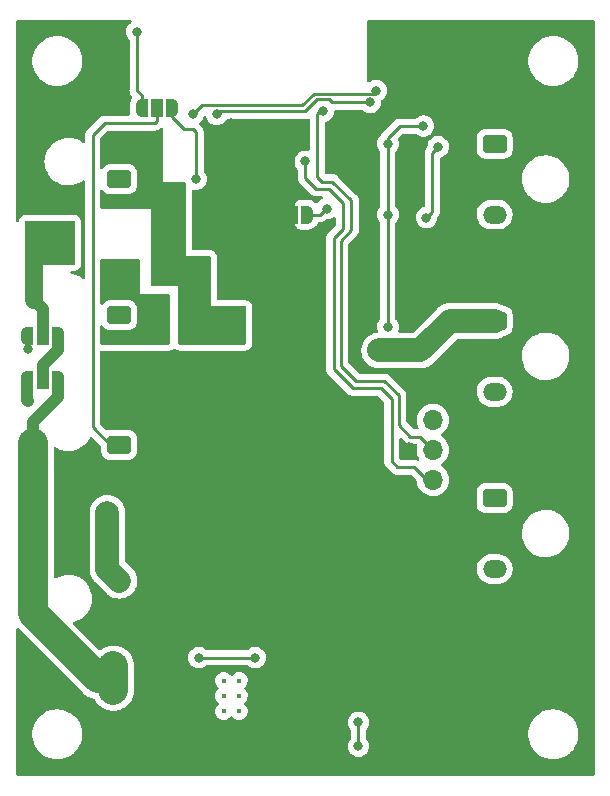
<source format=gbr>
%TF.GenerationSoftware,KiCad,Pcbnew,(6.0.1)*%
%TF.CreationDate,2022-02-04T15:15:15+01:00*%
%TF.ProjectId,WLED_ESP8266_molex_microfit,574c4544-5f45-4535-9038-3236365f6d6f,rev?*%
%TF.SameCoordinates,Original*%
%TF.FileFunction,Copper,L2,Bot*%
%TF.FilePolarity,Positive*%
%FSLAX46Y46*%
G04 Gerber Fmt 4.6, Leading zero omitted, Abs format (unit mm)*
G04 Created by KiCad (PCBNEW (6.0.1)) date 2022-02-04 15:15:15*
%MOMM*%
%LPD*%
G01*
G04 APERTURE LIST*
G04 Aperture macros list*
%AMRoundRect*
0 Rectangle with rounded corners*
0 $1 Rounding radius*
0 $2 $3 $4 $5 $6 $7 $8 $9 X,Y pos of 4 corners*
0 Add a 4 corners polygon primitive as box body*
4,1,4,$2,$3,$4,$5,$6,$7,$8,$9,$2,$3,0*
0 Add four circle primitives for the rounded corners*
1,1,$1+$1,$2,$3*
1,1,$1+$1,$4,$5*
1,1,$1+$1,$6,$7*
1,1,$1+$1,$8,$9*
0 Add four rect primitives between the rounded corners*
20,1,$1+$1,$2,$3,$4,$5,0*
20,1,$1+$1,$4,$5,$6,$7,0*
20,1,$1+$1,$6,$7,$8,$9,0*
20,1,$1+$1,$8,$9,$2,$3,0*%
%AMFreePoly0*
4,1,22,0.550000,-0.750000,0.000000,-0.750000,0.000000,-0.745033,-0.079941,-0.743568,-0.215256,-0.701293,-0.333266,-0.622738,-0.424486,-0.514219,-0.481581,-0.384460,-0.499164,-0.250000,-0.500000,-0.250000,-0.500000,0.250000,-0.499164,0.250000,-0.499963,0.256109,-0.478152,0.396186,-0.417904,0.524511,-0.324060,0.630769,-0.204165,0.706417,-0.067858,0.745374,0.000000,0.744959,0.000000,0.750000,
0.550000,0.750000,0.550000,-0.750000,0.550000,-0.750000,$1*%
%AMFreePoly1*
4,1,20,0.000000,0.744959,0.073905,0.744508,0.209726,0.703889,0.328688,0.626782,0.421226,0.519385,0.479903,0.390333,0.500000,0.250000,0.500000,-0.250000,0.499851,-0.262216,0.476331,-0.402017,0.414519,-0.529596,0.319384,-0.634700,0.198574,-0.708877,0.061801,-0.746166,0.000000,-0.745033,0.000000,-0.750000,-0.550000,-0.750000,-0.550000,0.750000,0.000000,0.750000,0.000000,0.744959,
0.000000,0.744959,$1*%
%AMFreePoly2*
4,1,22,0.500000,-0.750000,0.000000,-0.750000,0.000000,-0.745033,-0.079941,-0.743568,-0.215256,-0.701293,-0.333266,-0.622738,-0.424486,-0.514219,-0.481581,-0.384460,-0.499164,-0.250000,-0.500000,-0.250000,-0.500000,0.250000,-0.499164,0.250000,-0.499963,0.256109,-0.478152,0.396186,-0.417904,0.524511,-0.324060,0.630769,-0.204165,0.706417,-0.067858,0.745374,0.000000,0.744959,0.000000,0.750000,
0.500000,0.750000,0.500000,-0.750000,0.500000,-0.750000,$1*%
%AMFreePoly3*
4,1,20,0.000000,0.744959,0.073905,0.744508,0.209726,0.703889,0.328688,0.626782,0.421226,0.519385,0.479903,0.390333,0.500000,0.250000,0.500000,-0.250000,0.499851,-0.262216,0.476331,-0.402017,0.414519,-0.529596,0.319384,-0.634700,0.198574,-0.708877,0.061801,-0.746166,0.000000,-0.745033,0.000000,-0.750000,-0.500000,-0.750000,-0.500000,0.750000,0.000000,0.750000,0.000000,0.744959,
0.000000,0.744959,$1*%
G04 Aperture macros list end*
%TA.AperFunction,ComponentPad*%
%ADD10C,0.430000*%
%TD*%
%TA.AperFunction,ComponentPad*%
%ADD11RoundRect,0.250001X0.759999X-0.499999X0.759999X0.499999X-0.759999X0.499999X-0.759999X-0.499999X0*%
%TD*%
%TA.AperFunction,ComponentPad*%
%ADD12O,2.020000X1.500000*%
%TD*%
%TA.AperFunction,ComponentPad*%
%ADD13R,1.700000X1.700000*%
%TD*%
%TA.AperFunction,ComponentPad*%
%ADD14O,1.700000X1.700000*%
%TD*%
%TA.AperFunction,ComponentPad*%
%ADD15RoundRect,0.250001X-0.759999X0.499999X-0.759999X-0.499999X0.759999X-0.499999X0.759999X0.499999X0*%
%TD*%
%TA.AperFunction,SMDPad,CuDef*%
%ADD16FreePoly0,0.000000*%
%TD*%
%TA.AperFunction,SMDPad,CuDef*%
%ADD17R,1.000000X1.500000*%
%TD*%
%TA.AperFunction,SMDPad,CuDef*%
%ADD18FreePoly1,0.000000*%
%TD*%
%TA.AperFunction,SMDPad,CuDef*%
%ADD19FreePoly2,180.000000*%
%TD*%
%TA.AperFunction,SMDPad,CuDef*%
%ADD20FreePoly3,180.000000*%
%TD*%
%TA.AperFunction,ViaPad*%
%ADD21C,0.800000*%
%TD*%
%TA.AperFunction,ViaPad*%
%ADD22C,1.000000*%
%TD*%
%TA.AperFunction,ViaPad*%
%ADD23C,2.000000*%
%TD*%
%TA.AperFunction,Conductor*%
%ADD24C,0.250000*%
%TD*%
%TA.AperFunction,Conductor*%
%ADD25C,2.000000*%
%TD*%
%TA.AperFunction,Conductor*%
%ADD26C,1.000000*%
%TD*%
%TA.AperFunction,Conductor*%
%ADD27C,2.500000*%
%TD*%
%TA.AperFunction,Conductor*%
%ADD28C,1.500000*%
%TD*%
G04 APERTURE END LIST*
D10*
%TO.P,U2,10*%
%TO.N,N/C*%
X135956000Y-122006000D03*
%TO.P,U2,11*%
X137256000Y-122006000D03*
%TO.P,U2,12*%
X135956000Y-123306000D03*
%TO.P,U2,13*%
X137256000Y-123306000D03*
%TO.P,U2,14*%
X135956000Y-124606000D03*
%TO.P,U2,15*%
X137256000Y-124606000D03*
%TD*%
D11*
%TO.P,J6,1,Pin_1*%
%TO.N,Net-(J6-Pad1)*%
X127106000Y-102056000D03*
D12*
%TO.P,J6,2,Pin_2*%
%TO.N,GND*%
X127106000Y-99056000D03*
%TD*%
D13*
%TO.P,J9,1,Pin_1*%
%TO.N,GND*%
X153656000Y-107556000D03*
D14*
%TO.P,J9,2,Pin_2*%
%TO.N,RX*%
X153656000Y-105016000D03*
%TO.P,J9,3,Pin_3*%
%TO.N,TX*%
X153656000Y-102476000D03*
%TO.P,J9,4,Pin_4*%
%TO.N,+3V3*%
X153656000Y-99936000D03*
%TD*%
D11*
%TO.P,J3,1,Pin_1*%
%TO.N,MOSFET_VOLTAGE*%
X127106000Y-91056000D03*
D12*
%TO.P,J3,2,Pin_2*%
%TO.N,/Q1_Drain*%
X127106000Y-88056000D03*
%TD*%
D15*
%TO.P,J2,1,Pin_1*%
%TO.N,+5V*%
X158886000Y-106556000D03*
D12*
%TO.P,J2,2,Pin_2*%
%TO.N,GND*%
X158886000Y-109556000D03*
%TO.P,J2,3,Pin_3*%
%TO.N,WS2812B_GPIO_0*%
X158886000Y-112556000D03*
%TD*%
D15*
%TO.P,J7,1,Pin_1*%
%TO.N,+5V*%
X158886000Y-76556000D03*
D12*
%TO.P,J7,2,Pin_2*%
%TO.N,GND*%
X158886000Y-79556000D03*
%TO.P,J7,3,Pin_3*%
%TO.N,WS2812B_GPIO_5*%
X158886000Y-82556000D03*
%TD*%
D15*
%TO.P,J8,1,Pin_1*%
%TO.N,+5V*%
X158886000Y-91556000D03*
D12*
%TO.P,J8,2,Pin_2*%
%TO.N,GND*%
X158886000Y-94556000D03*
%TO.P,J8,3,Pin_3*%
%TO.N,WS2812B_GPIO_4*%
X158886000Y-97556000D03*
%TD*%
D11*
%TO.P,J4,1,Pin_1*%
%TO.N,MOSFET_VOLTAGE*%
X127106000Y-79556000D03*
D12*
%TO.P,J4,2,Pin_2*%
%TO.N,/Q2_Drain*%
X127106000Y-76556000D03*
%TD*%
D11*
%TO.P,J1,1,Pin_1*%
%TO.N,GND*%
X127106000Y-116556000D03*
D12*
%TO.P,J1,2,Pin_2*%
%TO.N,VIN*%
X127106000Y-113556000D03*
%TD*%
D16*
%TO.P,JP5,1,A*%
%TO.N,ADC*%
X129006000Y-73556000D03*
D17*
%TO.P,JP5,2,C*%
%TO.N,Net-(J6-Pad1)*%
X130306000Y-73556000D03*
D18*
%TO.P,JP5,3,B*%
%TO.N,GPIO_14*%
X131606000Y-73556000D03*
%TD*%
D16*
%TO.P,JP4,1,A*%
%TO.N,+3V3*%
X119306000Y-92806000D03*
D17*
%TO.P,JP4,2,C*%
%TO.N,MOSFET_VOLTAGE*%
X120606000Y-92806000D03*
D18*
%TO.P,JP4,3,B*%
%TO.N,Net-(JP2-Pad2)*%
X121906000Y-92806000D03*
%TD*%
D16*
%TO.P,JP2,1,A*%
%TO.N,+5V*%
X119306000Y-96556000D03*
D17*
%TO.P,JP2,2,C*%
%TO.N,Net-(JP2-Pad2)*%
X120606000Y-96556000D03*
D18*
%TO.P,JP2,3,B*%
%TO.N,VIN_F*%
X121906000Y-96556000D03*
%TD*%
D19*
%TO.P,JP3,1,A*%
%TO.N,GPIO_0*%
X143006000Y-82556000D03*
D20*
%TO.P,JP3,2,B*%
%TO.N,GND*%
X141706000Y-82556000D03*
%TD*%
D21*
%TO.N,GND*%
X166356000Y-123556000D03*
D22*
X148606000Y-111306000D03*
X138356000Y-115806000D03*
X132856000Y-114556000D03*
X133606000Y-102306000D03*
X133606000Y-111306000D03*
X134856000Y-118556000D03*
D21*
X119248980Y-121537222D03*
D22*
X151606000Y-102306000D03*
D21*
X135456000Y-128156000D03*
X135656000Y-95956000D03*
X130656000Y-128956000D03*
D22*
X156956000Y-94056000D03*
D21*
X124556000Y-129356000D03*
D22*
X138356000Y-117806000D03*
D21*
X141056000Y-129256000D03*
D22*
X139356000Y-84056000D03*
X145556000Y-98856000D03*
X142606000Y-105306000D03*
D21*
X130556000Y-95956000D03*
D22*
X156756000Y-103156000D03*
X160556000Y-72256000D03*
X136356000Y-84056000D03*
X136606000Y-105306000D03*
X151606000Y-111306000D03*
X130106000Y-114556000D03*
X156856000Y-108356000D03*
X166056000Y-71656000D03*
X145606000Y-105306000D03*
X136606000Y-102306000D03*
X133606000Y-108306000D03*
X124106000Y-74306000D03*
X148606000Y-105306000D03*
X130606000Y-102306000D03*
X156756000Y-98756000D03*
X148606000Y-102306000D03*
X136606000Y-111306000D03*
D21*
X119356000Y-123056000D03*
X154356000Y-86556000D03*
X136606000Y-74806000D03*
X139856000Y-93356000D03*
D22*
X148606000Y-108306000D03*
X139606000Y-102306000D03*
X139356000Y-81056000D03*
X151606000Y-108306000D03*
X129756000Y-111956000D03*
X145606000Y-102306000D03*
X150556000Y-72256000D03*
X145606000Y-111306000D03*
X142606000Y-102306000D03*
D21*
X154856000Y-75806000D03*
D22*
X145606000Y-108306000D03*
X138356000Y-114056000D03*
X139606000Y-111306000D03*
X133606000Y-105306000D03*
X139606000Y-108306000D03*
X156756000Y-86456000D03*
X142606000Y-111306000D03*
D21*
X152656000Y-96556000D03*
D22*
X151606000Y-105306000D03*
X136856000Y-118806000D03*
X139606000Y-105306000D03*
X156456000Y-83656000D03*
X136606000Y-108306000D03*
X121106000Y-74306000D03*
X142606000Y-108306000D03*
D21*
X137656000Y-128656000D03*
X137356000Y-126956000D03*
D22*
X136356000Y-81056000D03*
X132856000Y-117306000D03*
X130106000Y-117306000D03*
X156756000Y-88156000D03*
X153456000Y-71156000D03*
X130606000Y-105306000D03*
D21*
%TO.N,+5V*%
X153106000Y-82806000D03*
D23*
X149106000Y-94056000D03*
D21*
X154106000Y-76806000D03*
X153856000Y-92806000D03*
X119356000Y-98306000D03*
%TO.N,+3V3*%
X149856000Y-82556000D03*
X149856000Y-92056000D03*
X149856000Y-76556000D03*
X119356000Y-93956000D03*
X152856000Y-75056000D03*
D23*
%TO.N,VIN*%
X126106000Y-107806000D03*
D21*
%TO.N,ADC*%
X128606000Y-67056000D03*
D22*
%TO.N,/Q2_Drain*%
X136606000Y-91556000D03*
X136606000Y-92806000D03*
D21*
%TO.N,TX*%
X144356000Y-73806000D03*
%TO.N,RX*%
X142856000Y-78056000D03*
%TO.N,GPIO_14*%
X133606000Y-79556000D03*
D22*
%TO.N,/Q1_Drain*%
X130606000Y-91306000D03*
X130606000Y-90056000D03*
X130606000Y-92556000D03*
D21*
%TO.N,GPIO_0*%
X144656000Y-82056000D03*
D22*
%TO.N,VIN_F*%
X126606000Y-122806000D03*
X126606000Y-121806000D03*
X126606000Y-120806000D03*
%TO.N,MOSFET_VOLTAGE*%
X119856000Y-86306000D03*
X120231000Y-84931000D03*
X121231000Y-83931000D03*
X122606000Y-83806000D03*
D21*
%TO.N,EN*%
X148356000Y-73056000D03*
X135356000Y-74056000D03*
%TO.N,RST*%
X148856000Y-72056000D03*
X133356000Y-74056000D03*
%TO.N,Net-(C4-Pad1)*%
X133856000Y-120056000D03*
X138606000Y-120056000D03*
%TO.N,Net-(C12-Pad2)*%
X147356000Y-125556000D03*
X147356000Y-127556000D03*
%TD*%
D24*
%TO.N,Net-(J6-Pad1)*%
X124856000Y-100556000D02*
X126356000Y-102056000D01*
X124856000Y-75806000D02*
X124856000Y-100556000D01*
X126356000Y-102056000D02*
X127106000Y-102056000D01*
X125856000Y-74806000D02*
X124856000Y-75806000D01*
X130306000Y-73556000D02*
X130306000Y-74606000D01*
X130306000Y-74606000D02*
X130106000Y-74806000D01*
X130106000Y-74806000D02*
X125856000Y-74806000D01*
D25*
%TO.N,+5V*%
X149106000Y-94056000D02*
X152606000Y-94056000D01*
D24*
X153106000Y-82806000D02*
X153606000Y-82306000D01*
X153606000Y-78806000D02*
X153606000Y-77306000D01*
D26*
X119306000Y-98256000D02*
X119356000Y-98306000D01*
D24*
X153606000Y-82306000D02*
X153606000Y-78806000D01*
D26*
X119306000Y-96556000D02*
X119306000Y-98256000D01*
D25*
X152606000Y-94056000D02*
X153856000Y-92806000D01*
X158886000Y-91556000D02*
X157356000Y-91556000D01*
X155106000Y-91556000D02*
X157356000Y-91556000D01*
X153856000Y-92806000D02*
X155106000Y-91556000D01*
D24*
X153606000Y-77306000D02*
X154106000Y-76806000D01*
%TO.N,+3V3*%
X119356000Y-93956000D02*
X119356000Y-92856000D01*
X149856000Y-76556000D02*
X149856000Y-82556000D01*
X149856000Y-91056000D02*
X149856000Y-92056000D01*
X150856000Y-75056000D02*
X149856000Y-76056000D01*
X119356000Y-92856000D02*
X119306000Y-92806000D01*
X149856000Y-82556000D02*
X149856000Y-91056000D01*
X152856000Y-75056000D02*
X150856000Y-75056000D01*
X149856000Y-76056000D02*
X149856000Y-76556000D01*
D25*
%TO.N,VIN*%
X126106000Y-112556000D02*
X127106000Y-113556000D01*
X126106000Y-107806000D02*
X126106000Y-112556000D01*
D24*
%TO.N,ADC*%
X129006000Y-72456000D02*
X129006000Y-73556000D01*
X128606000Y-67056000D02*
X128606000Y-72056000D01*
X128606000Y-72056000D02*
X129006000Y-72456000D01*
%TO.N,TX*%
X144106000Y-73806000D02*
X143856000Y-74056000D01*
X145856000Y-95356000D02*
X147156000Y-96656000D01*
X152536000Y-101356000D02*
X153656000Y-102476000D01*
X147156000Y-96656000D02*
X149556000Y-96656000D01*
X144256000Y-79756000D02*
X145156000Y-79756000D01*
X146756000Y-81356000D02*
X146756000Y-83856000D01*
X145156000Y-79756000D02*
X146756000Y-81356000D01*
X143856000Y-79356000D02*
X144256000Y-79756000D01*
X146756000Y-83856000D02*
X145856000Y-84756000D01*
X143856000Y-74056000D02*
X143856000Y-79356000D01*
X144356000Y-73806000D02*
X144106000Y-73806000D01*
X145856000Y-84756000D02*
X145856000Y-95356000D01*
X149556000Y-96656000D02*
X150756000Y-97856000D01*
X150756000Y-97856000D02*
X150756000Y-100356000D01*
X150756000Y-100356000D02*
X151756000Y-101356000D01*
X151756000Y-101356000D02*
X152536000Y-101356000D01*
%TO.N,RX*%
X143756000Y-80356000D02*
X142856000Y-79456000D01*
X145256000Y-84556000D02*
X146056000Y-83756000D01*
X142856000Y-79456000D02*
X142856000Y-78056000D01*
X146056000Y-81556000D02*
X144856000Y-80356000D01*
X153149964Y-105016000D02*
X152089964Y-103956000D01*
X152089964Y-103956000D02*
X150656000Y-103956000D01*
X153656000Y-105016000D02*
X153149964Y-105016000D01*
X145256000Y-95656000D02*
X145256000Y-84556000D01*
X150156000Y-98156000D02*
X149256000Y-97256000D01*
X146856000Y-97256000D02*
X145256000Y-95656000D01*
X150656000Y-103956000D02*
X150156000Y-103456000D01*
X146056000Y-83756000D02*
X146056000Y-81556000D01*
X149256000Y-97256000D02*
X146856000Y-97256000D01*
X150156000Y-103456000D02*
X150156000Y-98156000D01*
X144856000Y-80356000D02*
X143756000Y-80356000D01*
%TO.N,GPIO_14*%
X132606000Y-75306000D02*
X131606000Y-74306000D01*
X133606000Y-75556000D02*
X133356000Y-75306000D01*
X133356000Y-75306000D02*
X132606000Y-75306000D01*
X133606000Y-79556000D02*
X133606000Y-75556000D01*
X131606000Y-74306000D02*
X131606000Y-73556000D01*
%TO.N,GPIO_0*%
X143006000Y-82556000D02*
X144106000Y-82556000D01*
X144606000Y-82056000D02*
X144106000Y-82556000D01*
X144656000Y-82056000D02*
X144606000Y-82056000D01*
D26*
%TO.N,VIN_F*%
X119786479Y-100125521D02*
X121906000Y-98006000D01*
X121906000Y-98006000D02*
X121906000Y-96556000D01*
X119786479Y-101875521D02*
X119786479Y-100125521D01*
D27*
X126606000Y-121806000D02*
X125294036Y-121806000D01*
X119786479Y-116298443D02*
X119786479Y-101875521D01*
X125294036Y-121806000D02*
X119786479Y-116298443D01*
X126606000Y-122806000D02*
X126606000Y-120806000D01*
D26*
%TO.N,MOSFET_VOLTAGE*%
X120606000Y-92806000D02*
X120606000Y-90557304D01*
D28*
X119856000Y-89807304D02*
X119856000Y-86306000D01*
D26*
X120606000Y-90557304D02*
X119856000Y-89807304D01*
%TO.N,Net-(JP2-Pad2)*%
X121906000Y-94006000D02*
X121906000Y-92806000D01*
X120606000Y-95306000D02*
X121906000Y-94006000D01*
X120606000Y-96556000D02*
X120606000Y-95306000D01*
D24*
%TO.N,EN*%
X135606000Y-73806000D02*
X135356000Y-74056000D01*
X141356000Y-73806000D02*
X135606000Y-73806000D01*
X144856000Y-72806000D02*
X143856000Y-72806000D01*
X148356000Y-73056000D02*
X145106000Y-73056000D01*
X142856000Y-73806000D02*
X141356000Y-73806000D01*
X143856000Y-72806000D02*
X143606000Y-73056000D01*
X143606000Y-73056000D02*
X142856000Y-73806000D01*
X145106000Y-73056000D02*
X144856000Y-72806000D01*
%TO.N,RST*%
X143606000Y-72306000D02*
X142606000Y-73306000D01*
X134106000Y-73306000D02*
X133356000Y-74056000D01*
X148606000Y-72306000D02*
X143606000Y-72306000D01*
X148856000Y-72056000D02*
X148606000Y-72306000D01*
X142606000Y-73306000D02*
X134106000Y-73306000D01*
%TO.N,Net-(C4-Pad1)*%
X133856000Y-120056000D02*
X138606000Y-120056000D01*
%TO.N,Net-(C12-Pad2)*%
X147356000Y-125556000D02*
X147356000Y-127556000D01*
%TD*%
%TA.AperFunction,Conductor*%
%TO.N,GND*%
G36*
X167290121Y-66084002D02*
G01*
X167336614Y-66137658D01*
X167348000Y-66190000D01*
X167348000Y-129922000D01*
X167327998Y-129990121D01*
X167274342Y-130036614D01*
X167222000Y-130048000D01*
X118490000Y-130048000D01*
X118421879Y-130027998D01*
X118375386Y-129974342D01*
X118364000Y-129922000D01*
X118364000Y-126688703D01*
X119746743Y-126688703D01*
X119784268Y-126973734D01*
X119860129Y-127251036D01*
X119861813Y-127254984D01*
X119906519Y-127359794D01*
X119972923Y-127515476D01*
X119984693Y-127535142D01*
X120110846Y-127745928D01*
X120120561Y-127762161D01*
X120300313Y-127986528D01*
X120508851Y-128184423D01*
X120742317Y-128352186D01*
X120746112Y-128354195D01*
X120746113Y-128354196D01*
X120767869Y-128365715D01*
X120996392Y-128486712D01*
X121266373Y-128585511D01*
X121547264Y-128646755D01*
X121575841Y-128649004D01*
X121770282Y-128664307D01*
X121770291Y-128664307D01*
X121772739Y-128664500D01*
X121928271Y-128664500D01*
X121930407Y-128664354D01*
X121930418Y-128664354D01*
X122138548Y-128650165D01*
X122138554Y-128650164D01*
X122142825Y-128649873D01*
X122147020Y-128649004D01*
X122147022Y-128649004D01*
X122283584Y-128620723D01*
X122424342Y-128591574D01*
X122695343Y-128495607D01*
X122950812Y-128363750D01*
X122954313Y-128361289D01*
X122954317Y-128361287D01*
X123141183Y-128229955D01*
X123186023Y-128198441D01*
X123264403Y-128125606D01*
X123393479Y-128005661D01*
X123393481Y-128005658D01*
X123396622Y-128002740D01*
X123578713Y-127780268D01*
X123716145Y-127556000D01*
X146442496Y-127556000D01*
X146462458Y-127745928D01*
X146521473Y-127927556D01*
X146616960Y-128092944D01*
X146621378Y-128097851D01*
X146621379Y-128097852D01*
X146740325Y-128229955D01*
X146744747Y-128234866D01*
X146899248Y-128347118D01*
X146905276Y-128349802D01*
X146905278Y-128349803D01*
X147067681Y-128422109D01*
X147073712Y-128424794D01*
X147167113Y-128444647D01*
X147254056Y-128463128D01*
X147254061Y-128463128D01*
X147260513Y-128464500D01*
X147451487Y-128464500D01*
X147457939Y-128463128D01*
X147457944Y-128463128D01*
X147544887Y-128444647D01*
X147638288Y-128424794D01*
X147644319Y-128422109D01*
X147806722Y-128349803D01*
X147806724Y-128349802D01*
X147812752Y-128347118D01*
X147967253Y-128234866D01*
X147971675Y-128229955D01*
X148090621Y-128097852D01*
X148090622Y-128097851D01*
X148095040Y-128092944D01*
X148190527Y-127927556D01*
X148249542Y-127745928D01*
X148269504Y-127556000D01*
X148249542Y-127366072D01*
X148190527Y-127184444D01*
X148095040Y-127019056D01*
X148021863Y-126937785D01*
X147991147Y-126873779D01*
X147989500Y-126853476D01*
X147989500Y-126688703D01*
X161746743Y-126688703D01*
X161784268Y-126973734D01*
X161860129Y-127251036D01*
X161861813Y-127254984D01*
X161906519Y-127359794D01*
X161972923Y-127515476D01*
X161984693Y-127535142D01*
X162110846Y-127745928D01*
X162120561Y-127762161D01*
X162300313Y-127986528D01*
X162508851Y-128184423D01*
X162742317Y-128352186D01*
X162746112Y-128354195D01*
X162746113Y-128354196D01*
X162767869Y-128365715D01*
X162996392Y-128486712D01*
X163266373Y-128585511D01*
X163547264Y-128646755D01*
X163575841Y-128649004D01*
X163770282Y-128664307D01*
X163770291Y-128664307D01*
X163772739Y-128664500D01*
X163928271Y-128664500D01*
X163930407Y-128664354D01*
X163930418Y-128664354D01*
X164138548Y-128650165D01*
X164138554Y-128650164D01*
X164142825Y-128649873D01*
X164147020Y-128649004D01*
X164147022Y-128649004D01*
X164283584Y-128620723D01*
X164424342Y-128591574D01*
X164695343Y-128495607D01*
X164950812Y-128363750D01*
X164954313Y-128361289D01*
X164954317Y-128361287D01*
X165141183Y-128229955D01*
X165186023Y-128198441D01*
X165264403Y-128125606D01*
X165393479Y-128005661D01*
X165393481Y-128005658D01*
X165396622Y-128002740D01*
X165578713Y-127780268D01*
X165728927Y-127535142D01*
X165844483Y-127271898D01*
X165923244Y-126995406D01*
X165963751Y-126710784D01*
X165963845Y-126692951D01*
X165965235Y-126427583D01*
X165965235Y-126427576D01*
X165965257Y-126423297D01*
X165927732Y-126138266D01*
X165851871Y-125860964D01*
X165841295Y-125836170D01*
X165740763Y-125600476D01*
X165740761Y-125600472D01*
X165739077Y-125596524D01*
X165605082Y-125372635D01*
X165593643Y-125353521D01*
X165593640Y-125353517D01*
X165591439Y-125349839D01*
X165411687Y-125125472D01*
X165288289Y-125008372D01*
X165206258Y-124930527D01*
X165206255Y-124930525D01*
X165203149Y-124927577D01*
X165007608Y-124787066D01*
X164973172Y-124762321D01*
X164973171Y-124762320D01*
X164969683Y-124759814D01*
X164965079Y-124757376D01*
X164924654Y-124735972D01*
X164715608Y-124625288D01*
X164542581Y-124561969D01*
X164449658Y-124527964D01*
X164449656Y-124527963D01*
X164445627Y-124526489D01*
X164164736Y-124465245D01*
X164133685Y-124462801D01*
X163941718Y-124447693D01*
X163941709Y-124447693D01*
X163939261Y-124447500D01*
X163783729Y-124447500D01*
X163781593Y-124447646D01*
X163781582Y-124447646D01*
X163573452Y-124461835D01*
X163573446Y-124461836D01*
X163569175Y-124462127D01*
X163564980Y-124462996D01*
X163564978Y-124462996D01*
X163428416Y-124491277D01*
X163287658Y-124520426D01*
X163016657Y-124616393D01*
X162761188Y-124748250D01*
X162757687Y-124750711D01*
X162757683Y-124750713D01*
X162705958Y-124787066D01*
X162525977Y-124913559D01*
X162510892Y-124927577D01*
X162350882Y-125076268D01*
X162315378Y-125109260D01*
X162133287Y-125331732D01*
X161983073Y-125576858D01*
X161867517Y-125840102D01*
X161788756Y-126116594D01*
X161748249Y-126401216D01*
X161748227Y-126405505D01*
X161748226Y-126405512D01*
X161746765Y-126684417D01*
X161746743Y-126688703D01*
X147989500Y-126688703D01*
X147989500Y-126258524D01*
X148009502Y-126190403D01*
X148021858Y-126174221D01*
X148095040Y-126092944D01*
X148190527Y-125927556D01*
X148249542Y-125745928D01*
X148269504Y-125556000D01*
X148249542Y-125366072D01*
X148190527Y-125184444D01*
X148095040Y-125019056D01*
X148002679Y-124916478D01*
X147971675Y-124882045D01*
X147971674Y-124882044D01*
X147967253Y-124877134D01*
X147843286Y-124787066D01*
X147818094Y-124768763D01*
X147818093Y-124768762D01*
X147812752Y-124764882D01*
X147806724Y-124762198D01*
X147806722Y-124762197D01*
X147644319Y-124689891D01*
X147644318Y-124689891D01*
X147638288Y-124687206D01*
X147544888Y-124667353D01*
X147457944Y-124648872D01*
X147457939Y-124648872D01*
X147451487Y-124647500D01*
X147260513Y-124647500D01*
X147254061Y-124648872D01*
X147254056Y-124648872D01*
X147167112Y-124667353D01*
X147073712Y-124687206D01*
X147067682Y-124689891D01*
X147067681Y-124689891D01*
X146905278Y-124762197D01*
X146905276Y-124762198D01*
X146899248Y-124764882D01*
X146893907Y-124768762D01*
X146893906Y-124768763D01*
X146868714Y-124787066D01*
X146744747Y-124877134D01*
X146740326Y-124882044D01*
X146740325Y-124882045D01*
X146709322Y-124916478D01*
X146616960Y-125019056D01*
X146521473Y-125184444D01*
X146462458Y-125366072D01*
X146442496Y-125556000D01*
X146462458Y-125745928D01*
X146521473Y-125927556D01*
X146616960Y-126092944D01*
X146690137Y-126174215D01*
X146720853Y-126238221D01*
X146722500Y-126258524D01*
X146722500Y-126853476D01*
X146702498Y-126921597D01*
X146690142Y-126937779D01*
X146616960Y-127019056D01*
X146521473Y-127184444D01*
X146462458Y-127366072D01*
X146442496Y-127556000D01*
X123716145Y-127556000D01*
X123728927Y-127535142D01*
X123844483Y-127271898D01*
X123923244Y-126995406D01*
X123963751Y-126710784D01*
X123963845Y-126692951D01*
X123965235Y-126427583D01*
X123965235Y-126427576D01*
X123965257Y-126423297D01*
X123927732Y-126138266D01*
X123851871Y-125860964D01*
X123841295Y-125836170D01*
X123740763Y-125600476D01*
X123740761Y-125600472D01*
X123739077Y-125596524D01*
X123605082Y-125372635D01*
X123593643Y-125353521D01*
X123593640Y-125353517D01*
X123591439Y-125349839D01*
X123411687Y-125125472D01*
X123288289Y-125008372D01*
X123206258Y-124930527D01*
X123206255Y-124930525D01*
X123203149Y-124927577D01*
X123007608Y-124787066D01*
X122973172Y-124762321D01*
X122973171Y-124762320D01*
X122969683Y-124759814D01*
X122965079Y-124757376D01*
X122924654Y-124735972D01*
X122715608Y-124625288D01*
X122635121Y-124595834D01*
X135227993Y-124595834D01*
X135243832Y-124757376D01*
X135295067Y-124911394D01*
X135298714Y-124917416D01*
X135298715Y-124917418D01*
X135360270Y-125019056D01*
X135379151Y-125050233D01*
X135491906Y-125166994D01*
X135627726Y-125255872D01*
X135634330Y-125258328D01*
X135634332Y-125258329D01*
X135703794Y-125284162D01*
X135779862Y-125312451D01*
X135940752Y-125333918D01*
X135947763Y-125333280D01*
X135947767Y-125333280D01*
X136095379Y-125319846D01*
X136102400Y-125319207D01*
X136109100Y-125317030D01*
X136109105Y-125317029D01*
X136250073Y-125271226D01*
X136250076Y-125271225D01*
X136256772Y-125269049D01*
X136396195Y-125185936D01*
X136459689Y-125125472D01*
X136508636Y-125078861D01*
X136508638Y-125078858D01*
X136513740Y-125074000D01*
X136513926Y-125074195D01*
X136569918Y-125036938D01*
X136640905Y-125035807D01*
X136697975Y-125069726D01*
X136702291Y-125074195D01*
X136791906Y-125166994D01*
X136927726Y-125255872D01*
X136934330Y-125258328D01*
X136934332Y-125258329D01*
X137003794Y-125284162D01*
X137079862Y-125312451D01*
X137240752Y-125333918D01*
X137247763Y-125333280D01*
X137247767Y-125333280D01*
X137395379Y-125319846D01*
X137402400Y-125319207D01*
X137409100Y-125317030D01*
X137409105Y-125317029D01*
X137550073Y-125271226D01*
X137550076Y-125271225D01*
X137556772Y-125269049D01*
X137696195Y-125185936D01*
X137813740Y-125074000D01*
X137903564Y-124938803D01*
X137961204Y-124787066D01*
X137965034Y-124759814D01*
X137983243Y-124630252D01*
X137983243Y-124630247D01*
X137983794Y-124626329D01*
X137984078Y-124606000D01*
X137974351Y-124519280D01*
X137966770Y-124451691D01*
X137966769Y-124451689D01*
X137965985Y-124444695D01*
X137912604Y-124291408D01*
X137842434Y-124179111D01*
X137830323Y-124159730D01*
X137826590Y-124153756D01*
X137717184Y-124043584D01*
X137683377Y-123981154D01*
X137688689Y-123910356D01*
X137719697Y-123863555D01*
X137813740Y-123774000D01*
X137903564Y-123638803D01*
X137961204Y-123487066D01*
X137962436Y-123478303D01*
X137983243Y-123330252D01*
X137983243Y-123330247D01*
X137983794Y-123326329D01*
X137984078Y-123306000D01*
X137965985Y-123144695D01*
X137912604Y-122991408D01*
X137826590Y-122853756D01*
X137717184Y-122743584D01*
X137683377Y-122681154D01*
X137688689Y-122610356D01*
X137719697Y-122563555D01*
X137813740Y-122474000D01*
X137903564Y-122338803D01*
X137961204Y-122187066D01*
X137983794Y-122026329D01*
X137984078Y-122006000D01*
X137965985Y-121844695D01*
X137912604Y-121691408D01*
X137826590Y-121553756D01*
X137769162Y-121495926D01*
X137717179Y-121443578D01*
X137717175Y-121443575D01*
X137712216Y-121438581D01*
X137575168Y-121351608D01*
X137548373Y-121342067D01*
X137428892Y-121299521D01*
X137428887Y-121299520D01*
X137422257Y-121297159D01*
X137415269Y-121296326D01*
X137415266Y-121296325D01*
X137306193Y-121283319D01*
X137261083Y-121277940D01*
X137254080Y-121278676D01*
X137254079Y-121278676D01*
X137106664Y-121294169D01*
X137106660Y-121294170D01*
X137099656Y-121294906D01*
X136945999Y-121347215D01*
X136807750Y-121432267D01*
X136693440Y-121544208D01*
X136630776Y-121577578D01*
X136560017Y-121571772D01*
X136515877Y-121542968D01*
X136417179Y-121443578D01*
X136417175Y-121443575D01*
X136412216Y-121438581D01*
X136275168Y-121351608D01*
X136248373Y-121342067D01*
X136128892Y-121299521D01*
X136128887Y-121299520D01*
X136122257Y-121297159D01*
X136115269Y-121296326D01*
X136115266Y-121296325D01*
X136006193Y-121283319D01*
X135961083Y-121277940D01*
X135954080Y-121278676D01*
X135954079Y-121278676D01*
X135806664Y-121294169D01*
X135806660Y-121294170D01*
X135799656Y-121294906D01*
X135645999Y-121347215D01*
X135507750Y-121432267D01*
X135391780Y-121545833D01*
X135303852Y-121682271D01*
X135301441Y-121688894D01*
X135301440Y-121688897D01*
X135250747Y-121828175D01*
X135250746Y-121828180D01*
X135248337Y-121834798D01*
X135227993Y-121995834D01*
X135243832Y-122157376D01*
X135295067Y-122311394D01*
X135298714Y-122317416D01*
X135298715Y-122317418D01*
X135311667Y-122338803D01*
X135379151Y-122450233D01*
X135404293Y-122476268D01*
X135491906Y-122566994D01*
X135490404Y-122568445D01*
X135524458Y-122618862D01*
X135526082Y-122689840D01*
X135492564Y-122747138D01*
X135391780Y-122845833D01*
X135303852Y-122982271D01*
X135301441Y-122988894D01*
X135301440Y-122988897D01*
X135250747Y-123128175D01*
X135250746Y-123128180D01*
X135248337Y-123134798D01*
X135227993Y-123295834D01*
X135243832Y-123457376D01*
X135295067Y-123611394D01*
X135298714Y-123617416D01*
X135298715Y-123617418D01*
X135311667Y-123638803D01*
X135379151Y-123750233D01*
X135404293Y-123776268D01*
X135491906Y-123866994D01*
X135490404Y-123868445D01*
X135524458Y-123918862D01*
X135526082Y-123989840D01*
X135492564Y-124047138D01*
X135391780Y-124145833D01*
X135303852Y-124282271D01*
X135301441Y-124288894D01*
X135301440Y-124288897D01*
X135250747Y-124428175D01*
X135250746Y-124428180D01*
X135248337Y-124434798D01*
X135227993Y-124595834D01*
X122635121Y-124595834D01*
X122542581Y-124561969D01*
X122449658Y-124527964D01*
X122449656Y-124527963D01*
X122445627Y-124526489D01*
X122164736Y-124465245D01*
X122133685Y-124462801D01*
X121941718Y-124447693D01*
X121941709Y-124447693D01*
X121939261Y-124447500D01*
X121783729Y-124447500D01*
X121781593Y-124447646D01*
X121781582Y-124447646D01*
X121573452Y-124461835D01*
X121573446Y-124461836D01*
X121569175Y-124462127D01*
X121564980Y-124462996D01*
X121564978Y-124462996D01*
X121428416Y-124491277D01*
X121287658Y-124520426D01*
X121016657Y-124616393D01*
X120761188Y-124748250D01*
X120757687Y-124750711D01*
X120757683Y-124750713D01*
X120705958Y-124787066D01*
X120525977Y-124913559D01*
X120510892Y-124927577D01*
X120350882Y-125076268D01*
X120315378Y-125109260D01*
X120133287Y-125331732D01*
X119983073Y-125576858D01*
X119867517Y-125840102D01*
X119788756Y-126116594D01*
X119748249Y-126401216D01*
X119748227Y-126405505D01*
X119748226Y-126405512D01*
X119746765Y-126684417D01*
X119746743Y-126688703D01*
X118364000Y-126688703D01*
X118364000Y-117667049D01*
X118384002Y-117598928D01*
X118437658Y-117552435D01*
X118507932Y-117542331D01*
X118572512Y-117571825D01*
X118579095Y-117577954D01*
X124011763Y-123010622D01*
X124016671Y-123015816D01*
X124069054Y-123074506D01*
X124072648Y-123077495D01*
X124072653Y-123077500D01*
X124156909Y-123147575D01*
X124158573Y-123148983D01*
X124245108Y-123223546D01*
X124249061Y-123226040D01*
X124251161Y-123227365D01*
X124264485Y-123237045D01*
X124270006Y-123241637D01*
X124274005Y-123244063D01*
X124274011Y-123244068D01*
X124367741Y-123300946D01*
X124369610Y-123302102D01*
X124414226Y-123330252D01*
X124466156Y-123363017D01*
X124470433Y-123364899D01*
X124470437Y-123364901D01*
X124472714Y-123365903D01*
X124487322Y-123373507D01*
X124493455Y-123377229D01*
X124497757Y-123379033D01*
X124497761Y-123379035D01*
X124598814Y-123421410D01*
X124600834Y-123422278D01*
X124647266Y-123442709D01*
X124705391Y-123468284D01*
X124709898Y-123469513D01*
X124709907Y-123469516D01*
X124712307Y-123470170D01*
X124727884Y-123475533D01*
X124734491Y-123478303D01*
X124739019Y-123479453D01*
X124739022Y-123479454D01*
X124845209Y-123506422D01*
X124847335Y-123506982D01*
X124955428Y-123536452D01*
X125015889Y-123573668D01*
X125031679Y-123595492D01*
X125059789Y-123644674D01*
X125144049Y-123792098D01*
X125305862Y-123997357D01*
X125496237Y-124176443D01*
X125640243Y-124276344D01*
X125671551Y-124298063D01*
X125710991Y-124325424D01*
X125715181Y-124327490D01*
X125715184Y-124327492D01*
X125941219Y-124438960D01*
X125941222Y-124438961D01*
X125945407Y-124441025D01*
X125949850Y-124442447D01*
X125949852Y-124442448D01*
X126023923Y-124466158D01*
X126194335Y-124520707D01*
X126452307Y-124562721D01*
X126566058Y-124564210D01*
X126708978Y-124566081D01*
X126708981Y-124566081D01*
X126713655Y-124566142D01*
X126972638Y-124530896D01*
X126982698Y-124527964D01*
X127044664Y-124509902D01*
X127223567Y-124457757D01*
X127245398Y-124447693D01*
X127287735Y-124428175D01*
X127460928Y-124348332D01*
X127547752Y-124291408D01*
X127675596Y-124207590D01*
X127675601Y-124207586D01*
X127679509Y-124205024D01*
X127874506Y-124030982D01*
X128041637Y-123830030D01*
X128074994Y-123775059D01*
X128174804Y-123610578D01*
X128174806Y-123610574D01*
X128177229Y-123606581D01*
X128278303Y-123365545D01*
X128342641Y-123112217D01*
X128355408Y-122985432D01*
X128364184Y-122898271D01*
X128364500Y-122895133D01*
X128364500Y-121824595D01*
X128364511Y-121822946D01*
X128366081Y-121703022D01*
X128366081Y-121703019D01*
X128366142Y-121698345D01*
X128365511Y-121693712D01*
X128365226Y-121689046D01*
X128365265Y-121689044D01*
X128364500Y-121677746D01*
X128364500Y-120739646D01*
X128361104Y-120693949D01*
X128350407Y-120550000D01*
X128350406Y-120549996D01*
X128350061Y-120545348D01*
X128292377Y-120290423D01*
X128290684Y-120286069D01*
X128201216Y-120056000D01*
X132942496Y-120056000D01*
X132962458Y-120245928D01*
X133021473Y-120427556D01*
X133116960Y-120592944D01*
X133244747Y-120734866D01*
X133399248Y-120847118D01*
X133405276Y-120849802D01*
X133405278Y-120849803D01*
X133567681Y-120922109D01*
X133573712Y-120924794D01*
X133667112Y-120944647D01*
X133754056Y-120963128D01*
X133754061Y-120963128D01*
X133760513Y-120964500D01*
X133951487Y-120964500D01*
X133957939Y-120963128D01*
X133957944Y-120963128D01*
X134044888Y-120944647D01*
X134138288Y-120924794D01*
X134144319Y-120922109D01*
X134306722Y-120849803D01*
X134306724Y-120849802D01*
X134312752Y-120847118D01*
X134467253Y-120734866D01*
X134471668Y-120729963D01*
X134476580Y-120725540D01*
X134477705Y-120726789D01*
X134531014Y-120693949D01*
X134564200Y-120689500D01*
X137897800Y-120689500D01*
X137965921Y-120709502D01*
X137985147Y-120725843D01*
X137985420Y-120725540D01*
X137990332Y-120729963D01*
X137994747Y-120734866D01*
X138149248Y-120847118D01*
X138155276Y-120849802D01*
X138155278Y-120849803D01*
X138317681Y-120922109D01*
X138323712Y-120924794D01*
X138417112Y-120944647D01*
X138504056Y-120963128D01*
X138504061Y-120963128D01*
X138510513Y-120964500D01*
X138701487Y-120964500D01*
X138707939Y-120963128D01*
X138707944Y-120963128D01*
X138794888Y-120944647D01*
X138888288Y-120924794D01*
X138894319Y-120922109D01*
X139056722Y-120849803D01*
X139056724Y-120849802D01*
X139062752Y-120847118D01*
X139217253Y-120734866D01*
X139345040Y-120592944D01*
X139440527Y-120427556D01*
X139499542Y-120245928D01*
X139519504Y-120056000D01*
X139499542Y-119866072D01*
X139440527Y-119684444D01*
X139345040Y-119519056D01*
X139265697Y-119430936D01*
X139221675Y-119382045D01*
X139221674Y-119382044D01*
X139217253Y-119377134D01*
X139062752Y-119264882D01*
X139056724Y-119262198D01*
X139056722Y-119262197D01*
X138894319Y-119189891D01*
X138894318Y-119189891D01*
X138888288Y-119187206D01*
X138794888Y-119167353D01*
X138707944Y-119148872D01*
X138707939Y-119148872D01*
X138701487Y-119147500D01*
X138510513Y-119147500D01*
X138504061Y-119148872D01*
X138504056Y-119148872D01*
X138417112Y-119167353D01*
X138323712Y-119187206D01*
X138317682Y-119189891D01*
X138317681Y-119189891D01*
X138155278Y-119262197D01*
X138155276Y-119262198D01*
X138149248Y-119264882D01*
X137994747Y-119377134D01*
X137990332Y-119382037D01*
X137985420Y-119386460D01*
X137984295Y-119385211D01*
X137930986Y-119418051D01*
X137897800Y-119422500D01*
X134564200Y-119422500D01*
X134496079Y-119402498D01*
X134476853Y-119386157D01*
X134476580Y-119386460D01*
X134471668Y-119382037D01*
X134467253Y-119377134D01*
X134312752Y-119264882D01*
X134306724Y-119262198D01*
X134306722Y-119262197D01*
X134144319Y-119189891D01*
X134144318Y-119189891D01*
X134138288Y-119187206D01*
X134044888Y-119167353D01*
X133957944Y-119148872D01*
X133957939Y-119148872D01*
X133951487Y-119147500D01*
X133760513Y-119147500D01*
X133754061Y-119148872D01*
X133754056Y-119148872D01*
X133667112Y-119167353D01*
X133573712Y-119187206D01*
X133567682Y-119189891D01*
X133567681Y-119189891D01*
X133405278Y-119262197D01*
X133405276Y-119262198D01*
X133399248Y-119264882D01*
X133244747Y-119377134D01*
X133240326Y-119382044D01*
X133240325Y-119382045D01*
X133196304Y-119430936D01*
X133116960Y-119519056D01*
X133021473Y-119684444D01*
X132962458Y-119866072D01*
X132942496Y-120056000D01*
X128201216Y-120056000D01*
X128199340Y-120051176D01*
X128199339Y-120051173D01*
X128197647Y-120046823D01*
X128067951Y-119819902D01*
X127906138Y-119614643D01*
X127715763Y-119435557D01*
X127501009Y-119286576D01*
X127464888Y-119268763D01*
X127270781Y-119173040D01*
X127270778Y-119173039D01*
X127266593Y-119170975D01*
X127220449Y-119156204D01*
X127022123Y-119092720D01*
X127017665Y-119091293D01*
X126759693Y-119049279D01*
X126645942Y-119047790D01*
X126503022Y-119045919D01*
X126503019Y-119045919D01*
X126498345Y-119045858D01*
X126239362Y-119081104D01*
X125988433Y-119154243D01*
X125984180Y-119156203D01*
X125984179Y-119156204D01*
X125947659Y-119173040D01*
X125751072Y-119263668D01*
X125532491Y-119406976D01*
X125532181Y-119406503D01*
X125468976Y-119430936D01*
X125399427Y-119416670D01*
X125369399Y-119394468D01*
X123196105Y-117221174D01*
X123162079Y-117158862D01*
X123167144Y-117088047D01*
X123209691Y-117031211D01*
X123259003Y-117008833D01*
X123336660Y-116992326D01*
X123336672Y-116992323D01*
X123340970Y-116991409D01*
X123345099Y-116989906D01*
X123345103Y-116989905D01*
X123600781Y-116896846D01*
X123600785Y-116896844D01*
X123604926Y-116895337D01*
X123852942Y-116763464D01*
X124080192Y-116598358D01*
X124282252Y-116403231D01*
X124455188Y-116181882D01*
X124457384Y-116178078D01*
X124457389Y-116178071D01*
X124593435Y-115942431D01*
X124595636Y-115938619D01*
X124700862Y-115678176D01*
X124768817Y-115405624D01*
X124798178Y-115126267D01*
X124798025Y-115121873D01*
X124788529Y-114849939D01*
X124788528Y-114849933D01*
X124788375Y-114845542D01*
X124777431Y-114783471D01*
X124743590Y-114591554D01*
X124739598Y-114568913D01*
X124652797Y-114301765D01*
X124529660Y-114049298D01*
X124527205Y-114045659D01*
X124527202Y-114045653D01*
X124449523Y-113930489D01*
X124372585Y-113816424D01*
X124368133Y-113811479D01*
X124187566Y-113610940D01*
X124184629Y-113607678D01*
X123969450Y-113427121D01*
X123731236Y-113278269D01*
X123474625Y-113164018D01*
X123204610Y-113086593D01*
X123200260Y-113085982D01*
X123200257Y-113085981D01*
X123088195Y-113070232D01*
X122926448Y-113047500D01*
X122715854Y-113047500D01*
X122713668Y-113047653D01*
X122713664Y-113047653D01*
X122510173Y-113061882D01*
X122510168Y-113061883D01*
X122505788Y-113062189D01*
X122231030Y-113120591D01*
X122226901Y-113122094D01*
X122226897Y-113122095D01*
X121971219Y-113215154D01*
X121971215Y-113215156D01*
X121967074Y-113216663D01*
X121963180Y-113218733D01*
X121963181Y-113218733D01*
X121730133Y-113342647D01*
X121660595Y-113356967D01*
X121594354Y-113331419D01*
X121552442Y-113274115D01*
X121544979Y-113231396D01*
X121544979Y-107806000D01*
X124592835Y-107806000D01*
X124593223Y-107810930D01*
X124597112Y-107860343D01*
X124597500Y-107870229D01*
X124597500Y-112531984D01*
X124597451Y-112535502D01*
X124594666Y-112635205D01*
X124595335Y-112640219D01*
X124605058Y-112713086D01*
X124605759Y-112719647D01*
X124611432Y-112790154D01*
X124612060Y-112797965D01*
X124617157Y-112818715D01*
X124619897Y-112829870D01*
X124622426Y-112843258D01*
X124626771Y-112875820D01*
X124628232Y-112880661D01*
X124628233Y-112880663D01*
X124649478Y-112951029D01*
X124651219Y-112957390D01*
X124669963Y-113033706D01*
X124671941Y-113038366D01*
X124682801Y-113063951D01*
X124687438Y-113076761D01*
X124696933Y-113108208D01*
X124699151Y-113112756D01*
X124699154Y-113112763D01*
X124731371Y-113178818D01*
X124734107Y-113184820D01*
X124752470Y-113228081D01*
X124764812Y-113257156D01*
X124767504Y-113261430D01*
X124782319Y-113284956D01*
X124788945Y-113296860D01*
X124803346Y-113326388D01*
X124806265Y-113330525D01*
X124806265Y-113330526D01*
X124848641Y-113390597D01*
X124852301Y-113396086D01*
X124870377Y-113424789D01*
X124894167Y-113462567D01*
X124897508Y-113466356D01*
X124897512Y-113466362D01*
X124915898Y-113487217D01*
X124924344Y-113497912D01*
X124943274Y-113524747D01*
X124962909Y-113546250D01*
X125002625Y-113585966D01*
X125008044Y-113591736D01*
X125051350Y-113640858D01*
X125051353Y-113640861D01*
X125054698Y-113644655D01*
X125058606Y-113647865D01*
X125058607Y-113647866D01*
X125086989Y-113671179D01*
X125096108Y-113679449D01*
X126082464Y-114665805D01*
X126084374Y-114667431D01*
X126084381Y-114667437D01*
X126156666Y-114728957D01*
X126220720Y-114783471D01*
X126428358Y-114909221D01*
X126433047Y-114911115D01*
X126433052Y-114911118D01*
X126648733Y-114998259D01*
X126648736Y-114998260D01*
X126653429Y-115000156D01*
X126803907Y-115034343D01*
X126885210Y-115052814D01*
X126885212Y-115052814D01*
X126890145Y-115053935D01*
X126895195Y-115054253D01*
X126895197Y-115054253D01*
X127127359Y-115068860D01*
X127132413Y-115069178D01*
X127374002Y-115045490D01*
X127378893Y-115044198D01*
X127378897Y-115044197D01*
X127603808Y-114984773D01*
X127603814Y-114984771D01*
X127608696Y-114983481D01*
X127830456Y-114884747D01*
X127890368Y-114845542D01*
X128029342Y-114754600D01*
X128029345Y-114754598D01*
X128033579Y-114751827D01*
X128125998Y-114667437D01*
X128209101Y-114591554D01*
X128209105Y-114591550D01*
X128212837Y-114588142D01*
X128215979Y-114584178D01*
X128360475Y-114401869D01*
X128360476Y-114401867D01*
X128363619Y-114397902D01*
X128415008Y-114305954D01*
X128479580Y-114190416D01*
X128479582Y-114190412D01*
X128482046Y-114186003D01*
X128565071Y-113957895D01*
X128569192Y-113936293D01*
X128570441Y-113930489D01*
X128614722Y-113746046D01*
X128614722Y-113746045D01*
X128616032Y-113740589D01*
X128628963Y-113516310D01*
X128606590Y-113331419D01*
X128602649Y-113298854D01*
X128602649Y-113298853D01*
X128601975Y-113293285D01*
X128598072Y-113280596D01*
X128587362Y-113245786D01*
X128585625Y-113239138D01*
X128585230Y-113236180D01*
X128579962Y-113218733D01*
X128516533Y-113008643D01*
X128516531Y-113008639D01*
X128515068Y-113003792D01*
X128408654Y-112785612D01*
X128274678Y-112595690D01*
X157363037Y-112595690D01*
X157390025Y-112818715D01*
X157456082Y-113033435D01*
X157458652Y-113038415D01*
X157458654Y-113038419D01*
X157532652Y-113181787D01*
X157559118Y-113233064D01*
X157695877Y-113411292D01*
X157862036Y-113562485D01*
X157866783Y-113565463D01*
X157866786Y-113565465D01*
X158041536Y-113675084D01*
X158052344Y-113681864D01*
X158260783Y-113765656D01*
X158480767Y-113811213D01*
X158485378Y-113811479D01*
X158485379Y-113811479D01*
X158535952Y-113814395D01*
X158535956Y-113814395D01*
X158537775Y-113814500D01*
X159202999Y-113814500D01*
X159205786Y-113814251D01*
X159205792Y-113814251D01*
X159275929Y-113807991D01*
X159369762Y-113799617D01*
X159375176Y-113798136D01*
X159375181Y-113798135D01*
X159502912Y-113763191D01*
X159586451Y-113740337D01*
X159591509Y-113737925D01*
X159591513Y-113737923D01*
X159714105Y-113679449D01*
X159789218Y-113643622D01*
X159971654Y-113512529D01*
X160074067Y-113406847D01*
X160124089Y-113355229D01*
X160124091Y-113355226D01*
X160127992Y-113351201D01*
X160253290Y-113164738D01*
X160343588Y-112959033D01*
X160371383Y-112843262D01*
X160394722Y-112746046D01*
X160394722Y-112746045D01*
X160396032Y-112740589D01*
X160402108Y-112635205D01*
X160408640Y-112521917D01*
X160408640Y-112521914D01*
X160408963Y-112516310D01*
X160381975Y-112293285D01*
X160315918Y-112078565D01*
X160258885Y-111968064D01*
X160215454Y-111883919D01*
X160215454Y-111883918D01*
X160212882Y-111878936D01*
X160076123Y-111700708D01*
X159909964Y-111549515D01*
X159905217Y-111546537D01*
X159905214Y-111546535D01*
X159724405Y-111433115D01*
X159719656Y-111430136D01*
X159511217Y-111346344D01*
X159291233Y-111300787D01*
X159286622Y-111300521D01*
X159286621Y-111300521D01*
X159236048Y-111297605D01*
X159236044Y-111297605D01*
X159234225Y-111297500D01*
X158569001Y-111297500D01*
X158566214Y-111297749D01*
X158566208Y-111297749D01*
X158496071Y-111304009D01*
X158402238Y-111312383D01*
X158396824Y-111313864D01*
X158396819Y-111313865D01*
X158282262Y-111345205D01*
X158185549Y-111371663D01*
X158180491Y-111374075D01*
X158180487Y-111374077D01*
X158084166Y-111420020D01*
X157982782Y-111468378D01*
X157800346Y-111599471D01*
X157644008Y-111760799D01*
X157518710Y-111947262D01*
X157428412Y-112152967D01*
X157375968Y-112371411D01*
X157363037Y-112595690D01*
X128274678Y-112595690D01*
X128268726Y-112587253D01*
X128249091Y-112565750D01*
X127651405Y-111968064D01*
X127617379Y-111905752D01*
X127614500Y-111878969D01*
X127614500Y-109485733D01*
X161193822Y-109485733D01*
X161203625Y-109766458D01*
X161204387Y-109770781D01*
X161204388Y-109770788D01*
X161228164Y-109905624D01*
X161252402Y-110043087D01*
X161339203Y-110310235D01*
X161462340Y-110562702D01*
X161464795Y-110566341D01*
X161464798Y-110566347D01*
X161537890Y-110674710D01*
X161619415Y-110795576D01*
X161807371Y-111004322D01*
X162022550Y-111184879D01*
X162260764Y-111333731D01*
X162517375Y-111447982D01*
X162787390Y-111525407D01*
X162791740Y-111526018D01*
X162791743Y-111526019D01*
X162894690Y-111540487D01*
X163065552Y-111564500D01*
X163276146Y-111564500D01*
X163278332Y-111564347D01*
X163278336Y-111564347D01*
X163481827Y-111550118D01*
X163481832Y-111550117D01*
X163486212Y-111549811D01*
X163760970Y-111491409D01*
X163765099Y-111489906D01*
X163765103Y-111489905D01*
X164020781Y-111396846D01*
X164020785Y-111396844D01*
X164024926Y-111395337D01*
X164272942Y-111263464D01*
X164377896Y-111187211D01*
X164496629Y-111100947D01*
X164496632Y-111100944D01*
X164500192Y-111098358D01*
X164702252Y-110903231D01*
X164875188Y-110681882D01*
X164877384Y-110678078D01*
X164877389Y-110678071D01*
X165013435Y-110442431D01*
X165015636Y-110438619D01*
X165120862Y-110178176D01*
X165154544Y-110043087D01*
X165187753Y-109909893D01*
X165187754Y-109909888D01*
X165188817Y-109905624D01*
X165218178Y-109626267D01*
X165208375Y-109345542D01*
X165184608Y-109210749D01*
X165160360Y-109073236D01*
X165159598Y-109068913D01*
X165072797Y-108801765D01*
X164949660Y-108549298D01*
X164947205Y-108545659D01*
X164947202Y-108545653D01*
X164866935Y-108426653D01*
X164792585Y-108316424D01*
X164604629Y-108107678D01*
X164389450Y-107927121D01*
X164151236Y-107778269D01*
X163914345Y-107672798D01*
X163898639Y-107665805D01*
X163898637Y-107665804D01*
X163894625Y-107664018D01*
X163624610Y-107586593D01*
X163620260Y-107585982D01*
X163620257Y-107585981D01*
X163501485Y-107569289D01*
X163346448Y-107547500D01*
X163135854Y-107547500D01*
X163133668Y-107547653D01*
X163133664Y-107547653D01*
X162930173Y-107561882D01*
X162930168Y-107561883D01*
X162925788Y-107562189D01*
X162651030Y-107620591D01*
X162646901Y-107622094D01*
X162646897Y-107622095D01*
X162391219Y-107715154D01*
X162391215Y-107715156D01*
X162387074Y-107716663D01*
X162139058Y-107848536D01*
X162135499Y-107851122D01*
X162135497Y-107851123D01*
X162030895Y-107927121D01*
X161911808Y-108013642D01*
X161709748Y-108208769D01*
X161536812Y-108430118D01*
X161534616Y-108433922D01*
X161534611Y-108433929D01*
X161420794Y-108631067D01*
X161396364Y-108673381D01*
X161291138Y-108933824D01*
X161290073Y-108938097D01*
X161290072Y-108938099D01*
X161256379Y-109073236D01*
X161223183Y-109206376D01*
X161193822Y-109485733D01*
X127614500Y-109485733D01*
X127614500Y-107870229D01*
X127614888Y-107860343D01*
X127618777Y-107810930D01*
X127619165Y-107806000D01*
X127614623Y-107748289D01*
X127614500Y-107746213D01*
X127614500Y-107744999D01*
X127610826Y-107699339D01*
X127608281Y-107667702D01*
X127608263Y-107667483D01*
X127600720Y-107571640D01*
X127600535Y-107569289D01*
X127600276Y-107568210D01*
X127599940Y-107564035D01*
X127570411Y-107443815D01*
X127545105Y-107338406D01*
X127544078Y-107335926D01*
X127543659Y-107334457D01*
X127543244Y-107333209D01*
X127542037Y-107328294D01*
X127495872Y-107219536D01*
X127495522Y-107218703D01*
X127454240Y-107119037D01*
X127451866Y-107115163D01*
X127449734Y-107110592D01*
X127449169Y-107109512D01*
X127447848Y-107106400D01*
X157367500Y-107106400D01*
X157367837Y-107109646D01*
X157367837Y-107109650D01*
X157373535Y-107164561D01*
X157378474Y-107212165D01*
X157380655Y-107218701D01*
X157380655Y-107218703D01*
X157415664Y-107323636D01*
X157434450Y-107379945D01*
X157527522Y-107530348D01*
X157652697Y-107655305D01*
X157658927Y-107659145D01*
X157658928Y-107659146D01*
X157796090Y-107743694D01*
X157803262Y-107748115D01*
X157813941Y-107751657D01*
X157964611Y-107801632D01*
X157964613Y-107801632D01*
X157971139Y-107803797D01*
X157977975Y-107804497D01*
X157977978Y-107804498D01*
X158021031Y-107808909D01*
X158075600Y-107814500D01*
X159696400Y-107814500D01*
X159699646Y-107814163D01*
X159699650Y-107814163D01*
X159795307Y-107804238D01*
X159795311Y-107804237D01*
X159802165Y-107803526D01*
X159808701Y-107801345D01*
X159808703Y-107801345D01*
X159957635Y-107751657D01*
X159969945Y-107747550D01*
X160120348Y-107654478D01*
X160245305Y-107529303D01*
X160262303Y-107501728D01*
X160334275Y-107384968D01*
X160334276Y-107384966D01*
X160338115Y-107378738D01*
X160393797Y-107210861D01*
X160404500Y-107106400D01*
X160404500Y-106005600D01*
X160393526Y-105899835D01*
X160337550Y-105732055D01*
X160244478Y-105581652D01*
X160119303Y-105456695D01*
X160073441Y-105428425D01*
X159974968Y-105367725D01*
X159974966Y-105367724D01*
X159968738Y-105363885D01*
X159808254Y-105310655D01*
X159807389Y-105310368D01*
X159807387Y-105310368D01*
X159800861Y-105308203D01*
X159794025Y-105307503D01*
X159794022Y-105307502D01*
X159750969Y-105303091D01*
X159696400Y-105297500D01*
X158075600Y-105297500D01*
X158072354Y-105297837D01*
X158072350Y-105297837D01*
X157976693Y-105307762D01*
X157976689Y-105307763D01*
X157969835Y-105308474D01*
X157963299Y-105310655D01*
X157963297Y-105310655D01*
X157831195Y-105354728D01*
X157802055Y-105364450D01*
X157651652Y-105457522D01*
X157526695Y-105582697D01*
X157522855Y-105588927D01*
X157522854Y-105588928D01*
X157494443Y-105635020D01*
X157433885Y-105733262D01*
X157378203Y-105901139D01*
X157367500Y-106005600D01*
X157367500Y-107106400D01*
X127447848Y-107106400D01*
X127447188Y-107104844D01*
X127386345Y-107008227D01*
X127385592Y-107007014D01*
X127332765Y-106920809D01*
X127332761Y-106920803D01*
X127330176Y-106916584D01*
X127326958Y-106912816D01*
X127324178Y-106908990D01*
X127321350Y-106904813D01*
X127320533Y-106903721D01*
X127317833Y-106899433D01*
X127244650Y-106816422D01*
X127243354Y-106814928D01*
X127179177Y-106739787D01*
X127179175Y-106739785D01*
X127175969Y-106736031D01*
X127172212Y-106732822D01*
X127168707Y-106729317D01*
X127168788Y-106729236D01*
X127161198Y-106721764D01*
X127157302Y-106717345D01*
X127074328Y-106649189D01*
X127072474Y-106647637D01*
X126999179Y-106585038D01*
X126995416Y-106581824D01*
X126990621Y-106578886D01*
X126976486Y-106568821D01*
X126973636Y-106566480D01*
X126973628Y-106566475D01*
X126969722Y-106563266D01*
X126879563Y-106510792D01*
X126877168Y-106509361D01*
X126792963Y-106457760D01*
X126788391Y-106455866D01*
X126785126Y-106454514D01*
X126769964Y-106447004D01*
X126759922Y-106441159D01*
X126665399Y-106404875D01*
X126662352Y-106403659D01*
X126599808Y-106377753D01*
X126573594Y-106366895D01*
X126562568Y-106364248D01*
X126546826Y-106359360D01*
X126538018Y-106355979D01*
X126538020Y-106355979D01*
X126533298Y-106354167D01*
X126499149Y-106347033D01*
X126437171Y-106334085D01*
X126433524Y-106333267D01*
X126347518Y-106312619D01*
X126347517Y-106312619D01*
X126342711Y-106311465D01*
X126328560Y-106310351D01*
X126312685Y-106308078D01*
X126300632Y-106305560D01*
X126300626Y-106305559D01*
X126295680Y-106304526D01*
X126290630Y-106304297D01*
X126290625Y-106304296D01*
X126234807Y-106301762D01*
X126200529Y-106300205D01*
X126196392Y-106299949D01*
X126106000Y-106292835D01*
X126101069Y-106293223D01*
X126101065Y-106293223D01*
X126088988Y-106294173D01*
X126073396Y-106294431D01*
X126058241Y-106293743D01*
X126058234Y-106293743D01*
X126053183Y-106293514D01*
X126048163Y-106294095D01*
X126048157Y-106294095D01*
X125961496Y-106304122D01*
X125956902Y-106304569D01*
X125874214Y-106311077D01*
X125874209Y-106311078D01*
X125869289Y-106311465D01*
X125853139Y-106315342D01*
X125849928Y-106316113D01*
X125834998Y-106318759D01*
X125817063Y-106320834D01*
X125817060Y-106320835D01*
X125812044Y-106321415D01*
X125770159Y-106333267D01*
X125726025Y-106345755D01*
X125721134Y-106347033D01*
X125695727Y-106353133D01*
X125638406Y-106366895D01*
X125617366Y-106375610D01*
X125603468Y-106380436D01*
X125578468Y-106387510D01*
X125573887Y-106389646D01*
X125573882Y-106389648D01*
X125500113Y-106424047D01*
X125495082Y-106426261D01*
X125423609Y-106455866D01*
X125423607Y-106455867D01*
X125419037Y-106457760D01*
X125397200Y-106471142D01*
X125384616Y-106477904D01*
X125358464Y-106490099D01*
X125354283Y-106492941D01*
X125354275Y-106492945D01*
X125289347Y-106537070D01*
X125284368Y-106540285D01*
X125216584Y-106581824D01*
X125212821Y-106585038D01*
X125194930Y-106600318D01*
X125183924Y-106608717D01*
X125157693Y-106626544D01*
X125154015Y-106630023D01*
X125154014Y-106630023D01*
X125099107Y-106681946D01*
X125094364Y-106686209D01*
X125039793Y-106732817D01*
X125039786Y-106732824D01*
X125036031Y-106736031D01*
X125032825Y-106739785D01*
X125015688Y-106759850D01*
X125006461Y-106769556D01*
X124981319Y-106793332D01*
X124978241Y-106797358D01*
X124978240Y-106797359D01*
X124934100Y-106855092D01*
X124929815Y-106860394D01*
X124881824Y-106916584D01*
X124879242Y-106920798D01*
X124879238Y-106920803D01*
X124863969Y-106945720D01*
X124856633Y-106956414D01*
X124833880Y-106986174D01*
X124831494Y-106990624D01*
X124831492Y-106990627D01*
X124798504Y-107052151D01*
X124794891Y-107058446D01*
X124757760Y-107119037D01*
X124743587Y-107153253D01*
X124738237Y-107164547D01*
X124719169Y-107200109D01*
X124695728Y-107268188D01*
X124693021Y-107275333D01*
X124666895Y-107338406D01*
X124657585Y-107377182D01*
X124654208Y-107388767D01*
X124641786Y-107424842D01*
X124641783Y-107424853D01*
X124640138Y-107429631D01*
X124628374Y-107497739D01*
X124626738Y-107505673D01*
X124612620Y-107564476D01*
X124612619Y-107564482D01*
X124611465Y-107569289D01*
X124610103Y-107586593D01*
X124608113Y-107611881D01*
X124606663Y-107623435D01*
X124598821Y-107668836D01*
X124597500Y-107697925D01*
X124597500Y-107741771D01*
X124597112Y-107751657D01*
X124592835Y-107806000D01*
X121544979Y-107806000D01*
X121544979Y-102376214D01*
X121564981Y-102308093D01*
X121618637Y-102261600D01*
X121688911Y-102251496D01*
X121737748Y-102269359D01*
X121840764Y-102333731D01*
X122097375Y-102447982D01*
X122367390Y-102525407D01*
X122371740Y-102526018D01*
X122371743Y-102526019D01*
X122465817Y-102539240D01*
X122645552Y-102564500D01*
X122856146Y-102564500D01*
X122858332Y-102564347D01*
X122858336Y-102564347D01*
X123061827Y-102550118D01*
X123061832Y-102550117D01*
X123066212Y-102549811D01*
X123340970Y-102491409D01*
X123345099Y-102489906D01*
X123345103Y-102489905D01*
X123600781Y-102396846D01*
X123600785Y-102396844D01*
X123604926Y-102395337D01*
X123852942Y-102263464D01*
X123891302Y-102235594D01*
X124076629Y-102100947D01*
X124076632Y-102100944D01*
X124080192Y-102098358D01*
X124138843Y-102041720D01*
X124206795Y-101976099D01*
X124282252Y-101903231D01*
X124455188Y-101681882D01*
X124457384Y-101678078D01*
X124457389Y-101678071D01*
X124593438Y-101442426D01*
X124595636Y-101438619D01*
X124597282Y-101434545D01*
X124598973Y-101431078D01*
X124646813Y-101378620D01*
X124715420Y-101360355D01*
X124783011Y-101382080D01*
X124801315Y-101397219D01*
X125550595Y-102146499D01*
X125584621Y-102208811D01*
X125587500Y-102235594D01*
X125587500Y-102606400D01*
X125587837Y-102609646D01*
X125587837Y-102609650D01*
X125594179Y-102670767D01*
X125598474Y-102712165D01*
X125600655Y-102718701D01*
X125600655Y-102718703D01*
X125617443Y-102769023D01*
X125654450Y-102879945D01*
X125747522Y-103030348D01*
X125872697Y-103155305D01*
X125878927Y-103159145D01*
X125878928Y-103159146D01*
X126016090Y-103243694D01*
X126023262Y-103248115D01*
X126103005Y-103274564D01*
X126184611Y-103301632D01*
X126184613Y-103301632D01*
X126191139Y-103303797D01*
X126197975Y-103304497D01*
X126197978Y-103304498D01*
X126241031Y-103308909D01*
X126295600Y-103314500D01*
X127916400Y-103314500D01*
X127919646Y-103314163D01*
X127919650Y-103314163D01*
X128015307Y-103304238D01*
X128015311Y-103304237D01*
X128022165Y-103303526D01*
X128028701Y-103301345D01*
X128028703Y-103301345D01*
X128160805Y-103257272D01*
X128189945Y-103247550D01*
X128340348Y-103154478D01*
X128465305Y-103029303D01*
X128558115Y-102878738D01*
X128613797Y-102710861D01*
X128624500Y-102606400D01*
X128624500Y-101505600D01*
X128622142Y-101482870D01*
X128614238Y-101406693D01*
X128614237Y-101406689D01*
X128613526Y-101399835D01*
X128607603Y-101382080D01*
X128559868Y-101239003D01*
X128557550Y-101232055D01*
X128464478Y-101081652D01*
X128339303Y-100956695D01*
X128188738Y-100863885D01*
X128065886Y-100823137D01*
X128027389Y-100810368D01*
X128027387Y-100810368D01*
X128020861Y-100808203D01*
X128014025Y-100807503D01*
X128014022Y-100807502D01*
X127970969Y-100803091D01*
X127916400Y-100797500D01*
X126295600Y-100797500D01*
X126292354Y-100797837D01*
X126292350Y-100797837D01*
X126262405Y-100800944D01*
X126189835Y-100808474D01*
X126124664Y-100830217D01*
X126053717Y-100832803D01*
X125995694Y-100799789D01*
X125526405Y-100330500D01*
X125492379Y-100268188D01*
X125489500Y-100241405D01*
X125489500Y-94190000D01*
X125509502Y-94121879D01*
X125563158Y-94075386D01*
X125615500Y-94064000D01*
X131280000Y-94064000D01*
X131387980Y-94052391D01*
X131391264Y-94051677D01*
X131391268Y-94051676D01*
X131417893Y-94045884D01*
X131440322Y-94041005D01*
X131543372Y-94006707D01*
X131665010Y-93928535D01*
X131674516Y-93920298D01*
X131739096Y-93890804D01*
X131809370Y-93900907D01*
X131839542Y-93920297D01*
X131889234Y-93963355D01*
X132020760Y-94023421D01*
X132044514Y-94030396D01*
X132084558Y-94042154D01*
X132084562Y-94042155D01*
X132088881Y-94043423D01*
X132093329Y-94044063D01*
X132093336Y-94044064D01*
X132227552Y-94063361D01*
X132227559Y-94063362D01*
X132232000Y-94064000D01*
X137730000Y-94064000D01*
X137837980Y-94052391D01*
X137841264Y-94051677D01*
X137841268Y-94051676D01*
X137867893Y-94045884D01*
X137890322Y-94041005D01*
X137993372Y-94006707D01*
X138115010Y-93928535D01*
X138124518Y-93920297D01*
X138165273Y-93884982D01*
X138168666Y-93882042D01*
X138180257Y-93868666D01*
X138223042Y-93819289D01*
X138263355Y-93772766D01*
X138323421Y-93641240D01*
X138337521Y-93593221D01*
X138342154Y-93577442D01*
X138342155Y-93577438D01*
X138343423Y-93573119D01*
X138347372Y-93545653D01*
X138363361Y-93434448D01*
X138363362Y-93434441D01*
X138364000Y-93430000D01*
X138364000Y-90432000D01*
X138362058Y-90413932D01*
X138352751Y-90327370D01*
X138352391Y-90324020D01*
X138348082Y-90304209D01*
X138341722Y-90274975D01*
X138341005Y-90271678D01*
X138306707Y-90168628D01*
X138228535Y-90046990D01*
X138182042Y-89993334D01*
X138072766Y-89898645D01*
X137941240Y-89838579D01*
X137917486Y-89831604D01*
X137877442Y-89819846D01*
X137877438Y-89819845D01*
X137873119Y-89818577D01*
X137868671Y-89817937D01*
X137868664Y-89817936D01*
X137734448Y-89798639D01*
X137734441Y-89798638D01*
X137730000Y-89798000D01*
X135490000Y-89798000D01*
X135421879Y-89777998D01*
X135375386Y-89724342D01*
X135364000Y-89672000D01*
X135364000Y-86182000D01*
X135352391Y-86074020D01*
X135341005Y-86021678D01*
X135306707Y-85918628D01*
X135228535Y-85796990D01*
X135216077Y-85782612D01*
X135184982Y-85746727D01*
X135182042Y-85743334D01*
X135072766Y-85648645D01*
X134941240Y-85588579D01*
X134917486Y-85581604D01*
X134877442Y-85569846D01*
X134877438Y-85569845D01*
X134873119Y-85568577D01*
X134868671Y-85567937D01*
X134868664Y-85567936D01*
X134734448Y-85548639D01*
X134734441Y-85548638D01*
X134730000Y-85548000D01*
X133390000Y-85548000D01*
X133321879Y-85527998D01*
X133275386Y-85474342D01*
X133264000Y-85422000D01*
X133264000Y-80567699D01*
X133284002Y-80499578D01*
X133337658Y-80453085D01*
X133407932Y-80442981D01*
X133416198Y-80444453D01*
X133504049Y-80463127D01*
X133504058Y-80463128D01*
X133510513Y-80464500D01*
X133701487Y-80464500D01*
X133707939Y-80463128D01*
X133707944Y-80463128D01*
X133805313Y-80442431D01*
X133888288Y-80424794D01*
X133894319Y-80422109D01*
X134056722Y-80349803D01*
X134056724Y-80349802D01*
X134062752Y-80347118D01*
X134217253Y-80234866D01*
X134345040Y-80092944D01*
X134429766Y-79946195D01*
X134437223Y-79933279D01*
X134437224Y-79933278D01*
X134440527Y-79927556D01*
X134499542Y-79745928D01*
X134500632Y-79735563D01*
X134518814Y-79562565D01*
X134519504Y-79556000D01*
X134514224Y-79505760D01*
X134500232Y-79372635D01*
X134500232Y-79372633D01*
X134499542Y-79366072D01*
X134440527Y-79184444D01*
X134433343Y-79172000D01*
X134373825Y-79068913D01*
X134345040Y-79019056D01*
X134271863Y-78937785D01*
X134241147Y-78873779D01*
X134239500Y-78853476D01*
X134239500Y-75634763D01*
X134240027Y-75623579D01*
X134241701Y-75616091D01*
X134241201Y-75600166D01*
X134239562Y-75548033D01*
X134239500Y-75544075D01*
X134239500Y-75516144D01*
X134238994Y-75512138D01*
X134238061Y-75500292D01*
X134236922Y-75464037D01*
X134236673Y-75456110D01*
X134231022Y-75436658D01*
X134227014Y-75417306D01*
X134225468Y-75405068D01*
X134225467Y-75405066D01*
X134224474Y-75397203D01*
X134208194Y-75356086D01*
X134204359Y-75344885D01*
X134192018Y-75302406D01*
X134187985Y-75295587D01*
X134187983Y-75295582D01*
X134181707Y-75284971D01*
X134173010Y-75267221D01*
X134165552Y-75248383D01*
X134139571Y-75212623D01*
X134133053Y-75202701D01*
X134114578Y-75171460D01*
X134114574Y-75171455D01*
X134110542Y-75164637D01*
X134096218Y-75150313D01*
X134083376Y-75135278D01*
X134071472Y-75118893D01*
X134037406Y-75090711D01*
X134028627Y-75082722D01*
X133905642Y-74959737D01*
X133871616Y-74897425D01*
X133876681Y-74826610D01*
X133920676Y-74768706D01*
X133961909Y-74738749D01*
X133961911Y-74738747D01*
X133967253Y-74734866D01*
X134095040Y-74592944D01*
X134183086Y-74440444D01*
X134187223Y-74433279D01*
X134187224Y-74433278D01*
X134190527Y-74427556D01*
X134236167Y-74287090D01*
X134276241Y-74228486D01*
X134341637Y-74200849D01*
X134411594Y-74212956D01*
X134463900Y-74260962D01*
X134475832Y-74287089D01*
X134521473Y-74427556D01*
X134524776Y-74433278D01*
X134524777Y-74433279D01*
X134528914Y-74440444D01*
X134616960Y-74592944D01*
X134744747Y-74734866D01*
X134899248Y-74847118D01*
X134905276Y-74849802D01*
X134905278Y-74849803D01*
X135015737Y-74898982D01*
X135073712Y-74924794D01*
X135167113Y-74944647D01*
X135254056Y-74963128D01*
X135254061Y-74963128D01*
X135260513Y-74964500D01*
X135451487Y-74964500D01*
X135457939Y-74963128D01*
X135457944Y-74963128D01*
X135544887Y-74944647D01*
X135638288Y-74924794D01*
X135696263Y-74898982D01*
X135806722Y-74849803D01*
X135806724Y-74849802D01*
X135812752Y-74847118D01*
X135967253Y-74734866D01*
X136095040Y-74592944D01*
X136147258Y-74502500D01*
X136198641Y-74453507D01*
X136256377Y-74439500D01*
X142777233Y-74439500D01*
X142788416Y-74440027D01*
X142795909Y-74441702D01*
X142803835Y-74441453D01*
X142803836Y-74441453D01*
X142863986Y-74439562D01*
X142867945Y-74439500D01*
X142895856Y-74439500D01*
X142899791Y-74439003D01*
X142899856Y-74438995D01*
X142911693Y-74438062D01*
X142943951Y-74437048D01*
X142947970Y-74436922D01*
X142955889Y-74436673D01*
X142975343Y-74431021D01*
X142994700Y-74427013D01*
X143006930Y-74425468D01*
X143006931Y-74425468D01*
X143014797Y-74424474D01*
X143050116Y-74410490D01*
X143120816Y-74404011D01*
X143183796Y-74436783D01*
X143219060Y-74498402D01*
X143222500Y-74527642D01*
X143222500Y-77049508D01*
X143202498Y-77117629D01*
X143148842Y-77164122D01*
X143078568Y-77174226D01*
X143070303Y-77172755D01*
X142957944Y-77148872D01*
X142957939Y-77148872D01*
X142951487Y-77147500D01*
X142760513Y-77147500D01*
X142754061Y-77148872D01*
X142754056Y-77148872D01*
X142682313Y-77164122D01*
X142573712Y-77187206D01*
X142567682Y-77189891D01*
X142567681Y-77189891D01*
X142405278Y-77262197D01*
X142405276Y-77262198D01*
X142399248Y-77264882D01*
X142244747Y-77377134D01*
X142240326Y-77382044D01*
X142240325Y-77382045D01*
X142144249Y-77488749D01*
X142116960Y-77519056D01*
X142071891Y-77597118D01*
X142028595Y-77672109D01*
X142021473Y-77684444D01*
X141962458Y-77866072D01*
X141961768Y-77872633D01*
X141961768Y-77872635D01*
X141955744Y-77929949D01*
X141942496Y-78056000D01*
X141943186Y-78062565D01*
X141947928Y-78107678D01*
X141962458Y-78245928D01*
X142021473Y-78427556D01*
X142116960Y-78592944D01*
X142190137Y-78674215D01*
X142220853Y-78738221D01*
X142222500Y-78758524D01*
X142222500Y-79377233D01*
X142221973Y-79388416D01*
X142220298Y-79395909D01*
X142220547Y-79403835D01*
X142220547Y-79403836D01*
X142222438Y-79463986D01*
X142222500Y-79467945D01*
X142222500Y-79495856D01*
X142222997Y-79499790D01*
X142222997Y-79499791D01*
X142223005Y-79499856D01*
X142223938Y-79511693D01*
X142225327Y-79555889D01*
X142230978Y-79575339D01*
X142234987Y-79594700D01*
X142237526Y-79614797D01*
X142240445Y-79622168D01*
X142240445Y-79622170D01*
X142253804Y-79655912D01*
X142257649Y-79667142D01*
X142267771Y-79701983D01*
X142269982Y-79709593D01*
X142274015Y-79716412D01*
X142274017Y-79716417D01*
X142280293Y-79727028D01*
X142288988Y-79744776D01*
X142296448Y-79763617D01*
X142301110Y-79770033D01*
X142301110Y-79770034D01*
X142322436Y-79799387D01*
X142328952Y-79809307D01*
X142343397Y-79833731D01*
X142351458Y-79847362D01*
X142365779Y-79861683D01*
X142378619Y-79876716D01*
X142390528Y-79893107D01*
X142410819Y-79909893D01*
X142424605Y-79921298D01*
X142433384Y-79929288D01*
X143252343Y-80748247D01*
X143259887Y-80756537D01*
X143264000Y-80763018D01*
X143269777Y-80768443D01*
X143313667Y-80809658D01*
X143316509Y-80812413D01*
X143336230Y-80832134D01*
X143339425Y-80834612D01*
X143348447Y-80842318D01*
X143380679Y-80872586D01*
X143387628Y-80876406D01*
X143398432Y-80882346D01*
X143414956Y-80893199D01*
X143430959Y-80905613D01*
X143471543Y-80923176D01*
X143482173Y-80928383D01*
X143520940Y-80949695D01*
X143528617Y-80951666D01*
X143528622Y-80951668D01*
X143540558Y-80954732D01*
X143559266Y-80961137D01*
X143577855Y-80969181D01*
X143585683Y-80970421D01*
X143585690Y-80970423D01*
X143621524Y-80976099D01*
X143633144Y-80978505D01*
X143668289Y-80987528D01*
X143675970Y-80989500D01*
X143696224Y-80989500D01*
X143715934Y-80991051D01*
X143735943Y-80994220D01*
X143743835Y-80993474D01*
X143779961Y-80990059D01*
X143791819Y-80989500D01*
X144224982Y-80989500D01*
X144293103Y-81009502D01*
X144339596Y-81063158D01*
X144349700Y-81133432D01*
X144320206Y-81198012D01*
X144276231Y-81230607D01*
X144205278Y-81262197D01*
X144205276Y-81262198D01*
X144199248Y-81264882D01*
X144193907Y-81268762D01*
X144193906Y-81268763D01*
X144159566Y-81293713D01*
X144044747Y-81377134D01*
X144040326Y-81382044D01*
X144040325Y-81382045D01*
X143929820Y-81504774D01*
X143916960Y-81519056D01*
X143902461Y-81544169D01*
X143851081Y-81593161D01*
X143781368Y-81606598D01*
X143715456Y-81580212D01*
X143709360Y-81575098D01*
X143630708Y-81504774D01*
X143630703Y-81504770D01*
X143627361Y-81501782D01*
X143623628Y-81499297D01*
X143623624Y-81499294D01*
X143511865Y-81424901D01*
X143511863Y-81424900D01*
X143508136Y-81422419D01*
X143376667Y-81359711D01*
X143372388Y-81358374D01*
X143372385Y-81358373D01*
X143244240Y-81318338D01*
X143244242Y-81318338D01*
X143239961Y-81317001D01*
X143235537Y-81316284D01*
X143235535Y-81316284D01*
X143173565Y-81306247D01*
X143096179Y-81293713D01*
X143026298Y-81292432D01*
X142957461Y-81291170D01*
X142957459Y-81291170D01*
X142952980Y-81291088D01*
X142948535Y-81291641D01*
X142944056Y-81291878D01*
X142944049Y-81291751D01*
X142935661Y-81292271D01*
X142506000Y-81292271D01*
X142475813Y-81294430D01*
X142439627Y-81297018D01*
X142439626Y-81297018D01*
X142432889Y-81297500D01*
X142369394Y-81316144D01*
X142301235Y-81336157D01*
X142301233Y-81336158D01*
X142292589Y-81338696D01*
X142282461Y-81345205D01*
X142177159Y-81412878D01*
X142177156Y-81412880D01*
X142169579Y-81417750D01*
X142163678Y-81424560D01*
X142079726Y-81521445D01*
X142079724Y-81521448D01*
X142073824Y-81528257D01*
X142013081Y-81661266D01*
X141992271Y-81806000D01*
X141992271Y-82226519D01*
X141991767Y-82237777D01*
X141987318Y-82287373D01*
X141987167Y-82299715D01*
X141990184Y-82346065D01*
X141992005Y-82374036D01*
X141992271Y-82382221D01*
X141992271Y-82726519D01*
X141991767Y-82737777D01*
X141987318Y-82787373D01*
X141987167Y-82799715D01*
X141988041Y-82813143D01*
X141992005Y-82874036D01*
X141992271Y-82882221D01*
X141992271Y-83306000D01*
X141997500Y-83379111D01*
X142015791Y-83441405D01*
X142028553Y-83484866D01*
X142038696Y-83519411D01*
X142043567Y-83526990D01*
X142112878Y-83634841D01*
X142112880Y-83634844D01*
X142117750Y-83642421D01*
X142124560Y-83648322D01*
X142221445Y-83732274D01*
X142221448Y-83732276D01*
X142228257Y-83738176D01*
X142361266Y-83798919D01*
X142506000Y-83819729D01*
X142996008Y-83819729D01*
X142996778Y-83819731D01*
X143066931Y-83820160D01*
X143066937Y-83820160D01*
X143071417Y-83820187D01*
X143155507Y-83808669D01*
X143211276Y-83801030D01*
X143211280Y-83801029D01*
X143215727Y-83800420D01*
X143353436Y-83761063D01*
X143486398Y-83701586D01*
X143490180Y-83699200D01*
X143490187Y-83699196D01*
X143570816Y-83648322D01*
X143607526Y-83625160D01*
X143718452Y-83530754D01*
X143736106Y-83510765D01*
X143810297Y-83426758D01*
X143813260Y-83423403D01*
X143818740Y-83415061D01*
X143890767Y-83305410D01*
X143890769Y-83305407D01*
X143893226Y-83301666D01*
X143911873Y-83261950D01*
X143958930Y-83208789D01*
X144025928Y-83189500D01*
X144027233Y-83189500D01*
X144038416Y-83190027D01*
X144045909Y-83191702D01*
X144053835Y-83191453D01*
X144053836Y-83191453D01*
X144113986Y-83189562D01*
X144117945Y-83189500D01*
X144145856Y-83189500D01*
X144149791Y-83189003D01*
X144149856Y-83188995D01*
X144161693Y-83188062D01*
X144193951Y-83187048D01*
X144197970Y-83186922D01*
X144205889Y-83186673D01*
X144225343Y-83181021D01*
X144244700Y-83177013D01*
X144256930Y-83175468D01*
X144256931Y-83175468D01*
X144264797Y-83174474D01*
X144272168Y-83171555D01*
X144272170Y-83171555D01*
X144305912Y-83158196D01*
X144317142Y-83154351D01*
X144351983Y-83144229D01*
X144351984Y-83144229D01*
X144359593Y-83142018D01*
X144366412Y-83137985D01*
X144366417Y-83137983D01*
X144377028Y-83131707D01*
X144394776Y-83123012D01*
X144413617Y-83115552D01*
X144449387Y-83089564D01*
X144459307Y-83083048D01*
X144490535Y-83064580D01*
X144490538Y-83064578D01*
X144497362Y-83060542D01*
X144511683Y-83046221D01*
X144526717Y-83033380D01*
X144534022Y-83028073D01*
X144543107Y-83021472D01*
X144552442Y-83010187D01*
X144611275Y-82970447D01*
X144649529Y-82964500D01*
X144751487Y-82964500D01*
X144757939Y-82963128D01*
X144757944Y-82963128D01*
X144844888Y-82944647D01*
X144938288Y-82924794D01*
X144946201Y-82921271D01*
X145106722Y-82849803D01*
X145106724Y-82849802D01*
X145112752Y-82847118D01*
X145123604Y-82839234D01*
X145160310Y-82812565D01*
X145222440Y-82767425D01*
X145289306Y-82743567D01*
X145358458Y-82759647D01*
X145407938Y-82810560D01*
X145422500Y-82869361D01*
X145422500Y-83441405D01*
X145402498Y-83509526D01*
X145385595Y-83530501D01*
X144863742Y-84052353D01*
X144855463Y-84059887D01*
X144848982Y-84064000D01*
X144802357Y-84113651D01*
X144799602Y-84116493D01*
X144779865Y-84136230D01*
X144777385Y-84139427D01*
X144769682Y-84148447D01*
X144739414Y-84180679D01*
X144735595Y-84187625D01*
X144735593Y-84187628D01*
X144729652Y-84198434D01*
X144718801Y-84214953D01*
X144706386Y-84230959D01*
X144703241Y-84238228D01*
X144703238Y-84238232D01*
X144688826Y-84271537D01*
X144683609Y-84282187D01*
X144662305Y-84320940D01*
X144660334Y-84328615D01*
X144660334Y-84328616D01*
X144657267Y-84340562D01*
X144650863Y-84359266D01*
X144642819Y-84377855D01*
X144641580Y-84385678D01*
X144641577Y-84385688D01*
X144635901Y-84421524D01*
X144633495Y-84433144D01*
X144622500Y-84475970D01*
X144622500Y-84496224D01*
X144620949Y-84515934D01*
X144617780Y-84535943D01*
X144618526Y-84543835D01*
X144621941Y-84579961D01*
X144622500Y-84591819D01*
X144622500Y-95577233D01*
X144621973Y-95588416D01*
X144620298Y-95595909D01*
X144620547Y-95603835D01*
X144620547Y-95603836D01*
X144622438Y-95663986D01*
X144622500Y-95667945D01*
X144622500Y-95695856D01*
X144622997Y-95699790D01*
X144622997Y-95699791D01*
X144623005Y-95699856D01*
X144623938Y-95711693D01*
X144625327Y-95755889D01*
X144630978Y-95775339D01*
X144634987Y-95794700D01*
X144637526Y-95814797D01*
X144640445Y-95822168D01*
X144640445Y-95822170D01*
X144653804Y-95855912D01*
X144657649Y-95867142D01*
X144669982Y-95909593D01*
X144674015Y-95916412D01*
X144674017Y-95916417D01*
X144680293Y-95927028D01*
X144688988Y-95944776D01*
X144696448Y-95963617D01*
X144701110Y-95970033D01*
X144701110Y-95970034D01*
X144722436Y-95999387D01*
X144728952Y-96009307D01*
X144744680Y-96035901D01*
X144751458Y-96047362D01*
X144765779Y-96061683D01*
X144778619Y-96076716D01*
X144790528Y-96093107D01*
X144821587Y-96118801D01*
X144824605Y-96121298D01*
X144833384Y-96129288D01*
X146352343Y-97648247D01*
X146359887Y-97656537D01*
X146364000Y-97663018D01*
X146369777Y-97668443D01*
X146413667Y-97709658D01*
X146416509Y-97712413D01*
X146436231Y-97732135D01*
X146439373Y-97734572D01*
X146439433Y-97734619D01*
X146448445Y-97742317D01*
X146463134Y-97756110D01*
X146480679Y-97772586D01*
X146487622Y-97776403D01*
X146498431Y-97782345D01*
X146514953Y-97793198D01*
X146530959Y-97805614D01*
X146538237Y-97808764D01*
X146538238Y-97808764D01*
X146571537Y-97823174D01*
X146582187Y-97828391D01*
X146620940Y-97849695D01*
X146628615Y-97851666D01*
X146628616Y-97851666D01*
X146640562Y-97854733D01*
X146659267Y-97861137D01*
X146677855Y-97869181D01*
X146685678Y-97870420D01*
X146685688Y-97870423D01*
X146721524Y-97876099D01*
X146733144Y-97878505D01*
X146768289Y-97887528D01*
X146775970Y-97889500D01*
X146796224Y-97889500D01*
X146815934Y-97891051D01*
X146835943Y-97894220D01*
X146843835Y-97893474D01*
X146879961Y-97890059D01*
X146891819Y-97889500D01*
X148941406Y-97889500D01*
X149009527Y-97909502D01*
X149030501Y-97926405D01*
X149485595Y-98381499D01*
X149519621Y-98443811D01*
X149522500Y-98470594D01*
X149522500Y-103377233D01*
X149521973Y-103388416D01*
X149520298Y-103395909D01*
X149520547Y-103403835D01*
X149520547Y-103403836D01*
X149522438Y-103463986D01*
X149522500Y-103467945D01*
X149522500Y-103495856D01*
X149522997Y-103499790D01*
X149522997Y-103499791D01*
X149523005Y-103499856D01*
X149523938Y-103511693D01*
X149525327Y-103555889D01*
X149530978Y-103575339D01*
X149534987Y-103594700D01*
X149537526Y-103614797D01*
X149540445Y-103622168D01*
X149540445Y-103622170D01*
X149553804Y-103655912D01*
X149557649Y-103667142D01*
X149569982Y-103709593D01*
X149574015Y-103716412D01*
X149574017Y-103716417D01*
X149580293Y-103727028D01*
X149588988Y-103744776D01*
X149596448Y-103763617D01*
X149601110Y-103770033D01*
X149601110Y-103770034D01*
X149622436Y-103799387D01*
X149628952Y-103809307D01*
X149651458Y-103847362D01*
X149665779Y-103861683D01*
X149678619Y-103876716D01*
X149690528Y-103893107D01*
X149722413Y-103919484D01*
X149724593Y-103921288D01*
X149733374Y-103929278D01*
X150152353Y-104348258D01*
X150159887Y-104356537D01*
X150164000Y-104363018D01*
X150173395Y-104371840D01*
X150213651Y-104409643D01*
X150216493Y-104412398D01*
X150236230Y-104432135D01*
X150239427Y-104434615D01*
X150248447Y-104442318D01*
X150280679Y-104472586D01*
X150287625Y-104476405D01*
X150287628Y-104476407D01*
X150298434Y-104482348D01*
X150314953Y-104493199D01*
X150330959Y-104505614D01*
X150338228Y-104508759D01*
X150338232Y-104508762D01*
X150371537Y-104523174D01*
X150382187Y-104528391D01*
X150420940Y-104549695D01*
X150428615Y-104551666D01*
X150428616Y-104551666D01*
X150440562Y-104554733D01*
X150459267Y-104561137D01*
X150477855Y-104569181D01*
X150485678Y-104570420D01*
X150485688Y-104570423D01*
X150521524Y-104576099D01*
X150533144Y-104578505D01*
X150568289Y-104587528D01*
X150575970Y-104589500D01*
X150596224Y-104589500D01*
X150615934Y-104591051D01*
X150635943Y-104594220D01*
X150643835Y-104593474D01*
X150679961Y-104590059D01*
X150691819Y-104589500D01*
X151775370Y-104589500D01*
X151843491Y-104609502D01*
X151864465Y-104626405D01*
X152263753Y-105025693D01*
X152297779Y-105088005D01*
X152300449Y-105107535D01*
X152306110Y-105205715D01*
X152307247Y-105210761D01*
X152307248Y-105210767D01*
X152326795Y-105297500D01*
X152355222Y-105423639D01*
X152439266Y-105630616D01*
X152555987Y-105821088D01*
X152702250Y-105989938D01*
X152874126Y-106132632D01*
X153067000Y-106245338D01*
X153275692Y-106325030D01*
X153280760Y-106326061D01*
X153280763Y-106326062D01*
X153388017Y-106347883D01*
X153494597Y-106369567D01*
X153499772Y-106369757D01*
X153499774Y-106369757D01*
X153712673Y-106377564D01*
X153712677Y-106377564D01*
X153717837Y-106377753D01*
X153722957Y-106377097D01*
X153722959Y-106377097D01*
X153934288Y-106350025D01*
X153934289Y-106350025D01*
X153939416Y-106349368D01*
X153947199Y-106347033D01*
X154148429Y-106286661D01*
X154148434Y-106286659D01*
X154153384Y-106285174D01*
X154353994Y-106186896D01*
X154535860Y-106057173D01*
X154694096Y-105899489D01*
X154698546Y-105893297D01*
X154821435Y-105722277D01*
X154824453Y-105718077D01*
X154923430Y-105517811D01*
X154970025Y-105364450D01*
X154986865Y-105309023D01*
X154986865Y-105309021D01*
X154988370Y-105304069D01*
X155017529Y-105082590D01*
X155019156Y-105016000D01*
X155000852Y-104793361D01*
X154946431Y-104576702D01*
X154857354Y-104371840D01*
X154736014Y-104184277D01*
X154585670Y-104019051D01*
X154581619Y-104015852D01*
X154581615Y-104015848D01*
X154414414Y-103883800D01*
X154414410Y-103883798D01*
X154410359Y-103880598D01*
X154369053Y-103857796D01*
X154319084Y-103807364D01*
X154304312Y-103737921D01*
X154329428Y-103671516D01*
X154356780Y-103644909D01*
X154410025Y-103606930D01*
X154535860Y-103517173D01*
X154694096Y-103359489D01*
X154700295Y-103350863D01*
X154821435Y-103182277D01*
X154824453Y-103178077D01*
X154829342Y-103168186D01*
X154921136Y-102982453D01*
X154921137Y-102982451D01*
X154923430Y-102977811D01*
X154988370Y-102764069D01*
X155017529Y-102542590D01*
X155017949Y-102525407D01*
X155019074Y-102479365D01*
X155019074Y-102479361D01*
X155019156Y-102476000D01*
X155000852Y-102253361D01*
X154946431Y-102036702D01*
X154857354Y-101831840D01*
X154803275Y-101748247D01*
X154738822Y-101648617D01*
X154738820Y-101648614D01*
X154736014Y-101644277D01*
X154585670Y-101479051D01*
X154581619Y-101475852D01*
X154581615Y-101475848D01*
X154414414Y-101343800D01*
X154414410Y-101343798D01*
X154410359Y-101340598D01*
X154369053Y-101317796D01*
X154319084Y-101267364D01*
X154304312Y-101197921D01*
X154329428Y-101131516D01*
X154356780Y-101104909D01*
X154400603Y-101073650D01*
X154535860Y-100977173D01*
X154694096Y-100819489D01*
X154702710Y-100807502D01*
X154821435Y-100642277D01*
X154824453Y-100638077D01*
X154827922Y-100631059D01*
X154921136Y-100442453D01*
X154921137Y-100442451D01*
X154923430Y-100437811D01*
X154988370Y-100224069D01*
X155017529Y-100002590D01*
X155019156Y-99936000D01*
X155000852Y-99713361D01*
X154946431Y-99496702D01*
X154857354Y-99291840D01*
X154765424Y-99149738D01*
X154738822Y-99108617D01*
X154738820Y-99108614D01*
X154736014Y-99104277D01*
X154585670Y-98939051D01*
X154581619Y-98935852D01*
X154581615Y-98935848D01*
X154414414Y-98803800D01*
X154414410Y-98803798D01*
X154410359Y-98800598D01*
X154214789Y-98692638D01*
X154209920Y-98690914D01*
X154209916Y-98690912D01*
X154009087Y-98619795D01*
X154009083Y-98619794D01*
X154004212Y-98618069D01*
X153999119Y-98617162D01*
X153999116Y-98617161D01*
X153789373Y-98579800D01*
X153789367Y-98579799D01*
X153784284Y-98578894D01*
X153710452Y-98577992D01*
X153566081Y-98576228D01*
X153566079Y-98576228D01*
X153560911Y-98576165D01*
X153340091Y-98609955D01*
X153127756Y-98679357D01*
X152929607Y-98782507D01*
X152925474Y-98785610D01*
X152925471Y-98785612D01*
X152755100Y-98913530D01*
X152750965Y-98916635D01*
X152732653Y-98935797D01*
X152619401Y-99054309D01*
X152596629Y-99078138D01*
X152470743Y-99262680D01*
X152376688Y-99465305D01*
X152316989Y-99680570D01*
X152293251Y-99902695D01*
X152293548Y-99907848D01*
X152293548Y-99907851D01*
X152303128Y-100074000D01*
X152306110Y-100125715D01*
X152307247Y-100130761D01*
X152307248Y-100130767D01*
X152318228Y-100179488D01*
X152355222Y-100343639D01*
X152357164Y-100348421D01*
X152357165Y-100348425D01*
X152438649Y-100549096D01*
X152445745Y-100619737D01*
X152413523Y-100683001D01*
X152352213Y-100718801D01*
X152321906Y-100722500D01*
X152070595Y-100722500D01*
X152002474Y-100702498D01*
X151981499Y-100685595D01*
X151426404Y-100130499D01*
X151392379Y-100068187D01*
X151389500Y-100041404D01*
X151389500Y-97934767D01*
X151390027Y-97923584D01*
X151391702Y-97916091D01*
X151391015Y-97894220D01*
X151389562Y-97848014D01*
X151389500Y-97844055D01*
X151389500Y-97816144D01*
X151388995Y-97812144D01*
X151388062Y-97800301D01*
X151386922Y-97764029D01*
X151386673Y-97756110D01*
X151381022Y-97736658D01*
X151377014Y-97717306D01*
X151375467Y-97705063D01*
X151374474Y-97697203D01*
X151371556Y-97689832D01*
X151358200Y-97656097D01*
X151354355Y-97644870D01*
X151353721Y-97642687D01*
X151342018Y-97602407D01*
X151338046Y-97595690D01*
X157363037Y-97595690D01*
X157390025Y-97818715D01*
X157456082Y-98033435D01*
X157458652Y-98038415D01*
X157458654Y-98038419D01*
X157523852Y-98164738D01*
X157559118Y-98233064D01*
X157695877Y-98411292D01*
X157862036Y-98562485D01*
X157866783Y-98565463D01*
X157866786Y-98565465D01*
X158045786Y-98677750D01*
X158052344Y-98681864D01*
X158260783Y-98765656D01*
X158480767Y-98811213D01*
X158485378Y-98811479D01*
X158485379Y-98811479D01*
X158535952Y-98814395D01*
X158535956Y-98814395D01*
X158537775Y-98814500D01*
X159202999Y-98814500D01*
X159205786Y-98814251D01*
X159205792Y-98814251D01*
X159276660Y-98807926D01*
X159369762Y-98799617D01*
X159375176Y-98798136D01*
X159375181Y-98798135D01*
X159502912Y-98763191D01*
X159586451Y-98740337D01*
X159591509Y-98737925D01*
X159591513Y-98737923D01*
X159714298Y-98679357D01*
X159789218Y-98643622D01*
X159971654Y-98512529D01*
X160036661Y-98445447D01*
X160124089Y-98355229D01*
X160124091Y-98355226D01*
X160127992Y-98351201D01*
X160253290Y-98164738D01*
X160343588Y-97959033D01*
X160351422Y-97926405D01*
X160394722Y-97746046D01*
X160394722Y-97746045D01*
X160396032Y-97740589D01*
X160404710Y-97590083D01*
X160408640Y-97521917D01*
X160408640Y-97521914D01*
X160408963Y-97516310D01*
X160381975Y-97293285D01*
X160315918Y-97078565D01*
X160250798Y-96952396D01*
X160215454Y-96883919D01*
X160215454Y-96883918D01*
X160212882Y-96878936D01*
X160076123Y-96700708D01*
X159909964Y-96549515D01*
X159905217Y-96546537D01*
X159905214Y-96546535D01*
X159724405Y-96433115D01*
X159719656Y-96430136D01*
X159511217Y-96346344D01*
X159291233Y-96300787D01*
X159286622Y-96300521D01*
X159286621Y-96300521D01*
X159236048Y-96297605D01*
X159236044Y-96297605D01*
X159234225Y-96297500D01*
X158569001Y-96297500D01*
X158566214Y-96297749D01*
X158566208Y-96297749D01*
X158496071Y-96304009D01*
X158402238Y-96312383D01*
X158396824Y-96313864D01*
X158396819Y-96313865D01*
X158282262Y-96345205D01*
X158185549Y-96371663D01*
X158180491Y-96374075D01*
X158180487Y-96374077D01*
X158084165Y-96420021D01*
X157982782Y-96468378D01*
X157800346Y-96599471D01*
X157796439Y-96603503D01*
X157666137Y-96737964D01*
X157644008Y-96760799D01*
X157518710Y-96947262D01*
X157428412Y-97152967D01*
X157375968Y-97371411D01*
X157375645Y-97377016D01*
X157364679Y-97567218D01*
X157363037Y-97595690D01*
X151338046Y-97595690D01*
X151337984Y-97595585D01*
X151337981Y-97595579D01*
X151331706Y-97584968D01*
X151323010Y-97567218D01*
X151318472Y-97555756D01*
X151318469Y-97555751D01*
X151315552Y-97548383D01*
X151289573Y-97512625D01*
X151283057Y-97502707D01*
X151264575Y-97471457D01*
X151260542Y-97464637D01*
X151246218Y-97450313D01*
X151233376Y-97435278D01*
X151221472Y-97418893D01*
X151187406Y-97390711D01*
X151178627Y-97382722D01*
X150059652Y-96263747D01*
X150052112Y-96255461D01*
X150048000Y-96248982D01*
X149998348Y-96202356D01*
X149995507Y-96199602D01*
X149975770Y-96179865D01*
X149972573Y-96177385D01*
X149963551Y-96169680D01*
X149937100Y-96144841D01*
X149931321Y-96139414D01*
X149924375Y-96135595D01*
X149924372Y-96135593D01*
X149913566Y-96129652D01*
X149897047Y-96118801D01*
X149896583Y-96118441D01*
X149881041Y-96106386D01*
X149873772Y-96103241D01*
X149873768Y-96103238D01*
X149840463Y-96088826D01*
X149829813Y-96083609D01*
X149791060Y-96062305D01*
X149771437Y-96057267D01*
X149752734Y-96050863D01*
X149741420Y-96045967D01*
X149741419Y-96045967D01*
X149734145Y-96042819D01*
X149726322Y-96041580D01*
X149726312Y-96041577D01*
X149690476Y-96035901D01*
X149678856Y-96033495D01*
X149643711Y-96024472D01*
X149643710Y-96024472D01*
X149636030Y-96022500D01*
X149615776Y-96022500D01*
X149596065Y-96020949D01*
X149583886Y-96019020D01*
X149576057Y-96017780D01*
X149568165Y-96018526D01*
X149532039Y-96021941D01*
X149520181Y-96022500D01*
X147470595Y-96022500D01*
X147402474Y-96002498D01*
X147381499Y-95985595D01*
X146526404Y-95130499D01*
X146492379Y-95068187D01*
X146489500Y-95041404D01*
X146489500Y-94056000D01*
X147592835Y-94056000D01*
X147593223Y-94060931D01*
X147593223Y-94060935D01*
X147594173Y-94073012D01*
X147594431Y-94088604D01*
X147593743Y-94103759D01*
X147593743Y-94103766D01*
X147593514Y-94108817D01*
X147594095Y-94113837D01*
X147594095Y-94113843D01*
X147604122Y-94200504D01*
X147604569Y-94205098D01*
X147610440Y-94279684D01*
X147611465Y-94292711D01*
X147612619Y-94297517D01*
X147616113Y-94312072D01*
X147618759Y-94327002D01*
X147621415Y-94349956D01*
X147622791Y-94354818D01*
X147645755Y-94435975D01*
X147647033Y-94440866D01*
X147666895Y-94523594D01*
X147675610Y-94544634D01*
X147680436Y-94558532D01*
X147687510Y-94583532D01*
X147689646Y-94588113D01*
X147689648Y-94588118D01*
X147724047Y-94661887D01*
X147726261Y-94666918D01*
X147734965Y-94687930D01*
X147757760Y-94742963D01*
X147769950Y-94762855D01*
X147771142Y-94764800D01*
X147777904Y-94777384D01*
X147790099Y-94803536D01*
X147792941Y-94807717D01*
X147792945Y-94807725D01*
X147837070Y-94872653D01*
X147840285Y-94877632D01*
X147881824Y-94945416D01*
X147885038Y-94949179D01*
X147900318Y-94967070D01*
X147908717Y-94978076D01*
X147926544Y-95004307D01*
X147930023Y-95007985D01*
X147930023Y-95007986D01*
X147981946Y-95062893D01*
X147986209Y-95067636D01*
X148032817Y-95122207D01*
X148032824Y-95122214D01*
X148036031Y-95125969D01*
X148059855Y-95146317D01*
X148069556Y-95155539D01*
X148093332Y-95180681D01*
X148097358Y-95183759D01*
X148097359Y-95183760D01*
X148155092Y-95227900D01*
X148160394Y-95232185D01*
X148216584Y-95280176D01*
X148220798Y-95282758D01*
X148220803Y-95282762D01*
X148245720Y-95298031D01*
X148256416Y-95305368D01*
X148282158Y-95325050D01*
X148282162Y-95325053D01*
X148286174Y-95328120D01*
X148290624Y-95330506D01*
X148290627Y-95330508D01*
X148352151Y-95363496D01*
X148358446Y-95367109D01*
X148419037Y-95404240D01*
X148453253Y-95418413D01*
X148464547Y-95423763D01*
X148500109Y-95442831D01*
X148568188Y-95466272D01*
X148575333Y-95468979D01*
X148638406Y-95495105D01*
X148677182Y-95504415D01*
X148688767Y-95507792D01*
X148724842Y-95520214D01*
X148724853Y-95520217D01*
X148729631Y-95521862D01*
X148797739Y-95533626D01*
X148805673Y-95535262D01*
X148864476Y-95549380D01*
X148864482Y-95549381D01*
X148869289Y-95550535D01*
X148911884Y-95553887D01*
X148923435Y-95555337D01*
X148968836Y-95563179D01*
X148972797Y-95563359D01*
X148972798Y-95563359D01*
X148996506Y-95564436D01*
X148996525Y-95564436D01*
X148997925Y-95564500D01*
X149041771Y-95564500D01*
X149051657Y-95564888D01*
X149082736Y-95567334D01*
X149106000Y-95569165D01*
X149129265Y-95567334D01*
X149160343Y-95564888D01*
X149170229Y-95564500D01*
X152581984Y-95564500D01*
X152585502Y-95564549D01*
X152680150Y-95567193D01*
X152680153Y-95567193D01*
X152685205Y-95567334D01*
X152763098Y-95556941D01*
X152769639Y-95556242D01*
X152798908Y-95553887D01*
X152842923Y-95550346D01*
X152842927Y-95550345D01*
X152847965Y-95549940D01*
X152879878Y-95542101D01*
X152893258Y-95539574D01*
X152925820Y-95535229D01*
X152930661Y-95533768D01*
X152930663Y-95533767D01*
X153001029Y-95512522D01*
X153007392Y-95510781D01*
X153018104Y-95508150D01*
X153083706Y-95492037D01*
X153113952Y-95479199D01*
X153126763Y-95474561D01*
X153153362Y-95466530D01*
X153158208Y-95465067D01*
X153162756Y-95462849D01*
X153162763Y-95462846D01*
X153228818Y-95430629D01*
X153234820Y-95427893D01*
X153290542Y-95404240D01*
X153307156Y-95397188D01*
X153334956Y-95379681D01*
X153346860Y-95373055D01*
X153376388Y-95358654D01*
X153387328Y-95350937D01*
X153440597Y-95313359D01*
X153446086Y-95309699D01*
X153508286Y-95270529D01*
X153508287Y-95270528D01*
X153512567Y-95267833D01*
X153516356Y-95264492D01*
X153516362Y-95264488D01*
X153537217Y-95246102D01*
X153547912Y-95237656D01*
X153550863Y-95235574D01*
X153574747Y-95218726D01*
X153596250Y-95199091D01*
X153635966Y-95159375D01*
X153641736Y-95153956D01*
X153690858Y-95110650D01*
X153690861Y-95110647D01*
X153694655Y-95107302D01*
X153700159Y-95100602D01*
X153721179Y-95075011D01*
X153729449Y-95065892D01*
X154309608Y-94485733D01*
X161193822Y-94485733D01*
X161193975Y-94490121D01*
X161193975Y-94490127D01*
X161202952Y-94747182D01*
X161203625Y-94766458D01*
X161204387Y-94770781D01*
X161204388Y-94770788D01*
X161227847Y-94903827D01*
X161252402Y-95043087D01*
X161339203Y-95310235D01*
X161341131Y-95314188D01*
X161341133Y-95314193D01*
X161390959Y-95416350D01*
X161462340Y-95562702D01*
X161464795Y-95566341D01*
X161464798Y-95566347D01*
X161480592Y-95589762D01*
X161619415Y-95795576D01*
X161807371Y-96004322D01*
X161810733Y-96007143D01*
X161810734Y-96007144D01*
X161824299Y-96018526D01*
X162022550Y-96184879D01*
X162260764Y-96333731D01*
X162517375Y-96447982D01*
X162787390Y-96525407D01*
X162791740Y-96526018D01*
X162791743Y-96526019D01*
X162894690Y-96540487D01*
X163065552Y-96564500D01*
X163276146Y-96564500D01*
X163278332Y-96564347D01*
X163278336Y-96564347D01*
X163481827Y-96550118D01*
X163481832Y-96550117D01*
X163486212Y-96549811D01*
X163760970Y-96491409D01*
X163765099Y-96489906D01*
X163765103Y-96489905D01*
X164020781Y-96396846D01*
X164020785Y-96396844D01*
X164024926Y-96395337D01*
X164272942Y-96263464D01*
X164377896Y-96187211D01*
X164496629Y-96100947D01*
X164496632Y-96100944D01*
X164500192Y-96098358D01*
X164507404Y-96091394D01*
X164600947Y-96001060D01*
X164702252Y-95903231D01*
X164875188Y-95681882D01*
X164877384Y-95678078D01*
X164877389Y-95678071D01*
X165000366Y-95465067D01*
X165015636Y-95438619D01*
X165120862Y-95178176D01*
X165132749Y-95130499D01*
X165187753Y-94909893D01*
X165187754Y-94909888D01*
X165188817Y-94905624D01*
X165191759Y-94877639D01*
X165217719Y-94630636D01*
X165217719Y-94630633D01*
X165218178Y-94626267D01*
X165216676Y-94583247D01*
X165208529Y-94349939D01*
X165208528Y-94349933D01*
X165208375Y-94345542D01*
X165202474Y-94312072D01*
X165160360Y-94073236D01*
X165159598Y-94068913D01*
X165072797Y-93801765D01*
X165061976Y-93779577D01*
X164974112Y-93599432D01*
X164949660Y-93549298D01*
X164947205Y-93545659D01*
X164947202Y-93545653D01*
X164843586Y-93392036D01*
X164792585Y-93316424D01*
X164604629Y-93107678D01*
X164581935Y-93088635D01*
X164470236Y-92994909D01*
X164389450Y-92927121D01*
X164151236Y-92778269D01*
X163900229Y-92666513D01*
X163898639Y-92665805D01*
X163898637Y-92665804D01*
X163894625Y-92664018D01*
X163624610Y-92586593D01*
X163620260Y-92585982D01*
X163620257Y-92585981D01*
X163517310Y-92571513D01*
X163346448Y-92547500D01*
X163135854Y-92547500D01*
X163133668Y-92547653D01*
X163133664Y-92547653D01*
X162930173Y-92561882D01*
X162930168Y-92561883D01*
X162925788Y-92562189D01*
X162651030Y-92620591D01*
X162646901Y-92622094D01*
X162646897Y-92622095D01*
X162391219Y-92715154D01*
X162391215Y-92715156D01*
X162387074Y-92716663D01*
X162139058Y-92848536D01*
X162135499Y-92851122D01*
X162135497Y-92851123D01*
X161918730Y-93008613D01*
X161911808Y-93013642D01*
X161908644Y-93016698D01*
X161908641Y-93016700D01*
X161856162Y-93067379D01*
X161709748Y-93208769D01*
X161536812Y-93430118D01*
X161534616Y-93433922D01*
X161534611Y-93433929D01*
X161456822Y-93568664D01*
X161396364Y-93673381D01*
X161291138Y-93933824D01*
X161290073Y-93938097D01*
X161290072Y-93938099D01*
X161224732Y-94200165D01*
X161223183Y-94206376D01*
X161222724Y-94210744D01*
X161222723Y-94210749D01*
X161196850Y-94456922D01*
X161193822Y-94485733D01*
X154309608Y-94485733D01*
X155693936Y-93101405D01*
X155756248Y-93067379D01*
X155783031Y-93064500D01*
X158947001Y-93064500D01*
X158949509Y-93064298D01*
X158949514Y-93064298D01*
X159122924Y-93050346D01*
X159122929Y-93050345D01*
X159127965Y-93049940D01*
X159132873Y-93048734D01*
X159132876Y-93048734D01*
X159358792Y-92993244D01*
X159363706Y-92992037D01*
X159368358Y-92990062D01*
X159368362Y-92990061D01*
X159582498Y-92899165D01*
X159587156Y-92897188D01*
X159631191Y-92869458D01*
X159697928Y-92827431D01*
X159752067Y-92808724D01*
X159761398Y-92807756D01*
X159802165Y-92803526D01*
X159969945Y-92747550D01*
X160120348Y-92654478D01*
X160245305Y-92529303D01*
X160338115Y-92378738D01*
X160393797Y-92210861D01*
X160395165Y-92197515D01*
X160404172Y-92109598D01*
X160404500Y-92106400D01*
X160404500Y-91005600D01*
X160404163Y-91002350D01*
X160394238Y-90906693D01*
X160394237Y-90906689D01*
X160393526Y-90899835D01*
X160337550Y-90732055D01*
X160244478Y-90581652D01*
X160119303Y-90456695D01*
X160084703Y-90435367D01*
X159974968Y-90367725D01*
X159974966Y-90367724D01*
X159968738Y-90363885D01*
X159838635Y-90320732D01*
X159807389Y-90310368D01*
X159807387Y-90310368D01*
X159800861Y-90308203D01*
X159794025Y-90307503D01*
X159794022Y-90307502D01*
X159761880Y-90304209D01*
X159707451Y-90285122D01*
X159705826Y-90283880D01*
X159677087Y-90268470D01*
X159496352Y-90171561D01*
X159491891Y-90169169D01*
X159262369Y-90090138D01*
X159145184Y-90069897D01*
X159027074Y-90049496D01*
X159027068Y-90049495D01*
X159023164Y-90048821D01*
X159019203Y-90048641D01*
X159019202Y-90048641D01*
X158995494Y-90047564D01*
X158995475Y-90047564D01*
X158994075Y-90047500D01*
X155130016Y-90047500D01*
X155126498Y-90047451D01*
X155031850Y-90044807D01*
X155031847Y-90044807D01*
X155026795Y-90044666D01*
X154948902Y-90055059D01*
X154942361Y-90055758D01*
X154913668Y-90058067D01*
X154869077Y-90061654D01*
X154869073Y-90061655D01*
X154864035Y-90062060D01*
X154832122Y-90069899D01*
X154818742Y-90072426D01*
X154786180Y-90076771D01*
X154781339Y-90078232D01*
X154781337Y-90078233D01*
X154710971Y-90099478D01*
X154704610Y-90101219D01*
X154628294Y-90119963D01*
X154623634Y-90121941D01*
X154598049Y-90132801D01*
X154585239Y-90137438D01*
X154553792Y-90146933D01*
X154549244Y-90149151D01*
X154549237Y-90149154D01*
X154483182Y-90181371D01*
X154477180Y-90184107D01*
X154432496Y-90203075D01*
X154404844Y-90214812D01*
X154380532Y-90230123D01*
X154377044Y-90232319D01*
X154365140Y-90238945D01*
X154335612Y-90253346D01*
X154331475Y-90256265D01*
X154331474Y-90256265D01*
X154271403Y-90298641D01*
X154265914Y-90302301D01*
X154226106Y-90327370D01*
X154199433Y-90344167D01*
X154195644Y-90347508D01*
X154195638Y-90347512D01*
X154174783Y-90365898D01*
X154164088Y-90374344D01*
X154137253Y-90393274D01*
X154115750Y-90412909D01*
X154076034Y-90452625D01*
X154070264Y-90458044D01*
X154021142Y-90501350D01*
X154021139Y-90501353D01*
X154017345Y-90504698D01*
X154014135Y-90508606D01*
X154014134Y-90508607D01*
X153990821Y-90536989D01*
X153982551Y-90546108D01*
X152018064Y-92510595D01*
X151955752Y-92544621D01*
X151928969Y-92547500D01*
X150824979Y-92547500D01*
X150756858Y-92527498D01*
X150710365Y-92473842D01*
X150700261Y-92403568D01*
X150705146Y-92382564D01*
X150747502Y-92252206D01*
X150747503Y-92252203D01*
X150749542Y-92245928D01*
X150753947Y-92204022D01*
X150768814Y-92062565D01*
X150769504Y-92056000D01*
X150749542Y-91866072D01*
X150690527Y-91684444D01*
X150680081Y-91666350D01*
X150641602Y-91599703D01*
X150595040Y-91519056D01*
X150521863Y-91437785D01*
X150491147Y-91373779D01*
X150489500Y-91353476D01*
X150489500Y-83258524D01*
X150509502Y-83190403D01*
X150521858Y-83174221D01*
X150595040Y-83092944D01*
X150669388Y-82964170D01*
X150687223Y-82933279D01*
X150687224Y-82933278D01*
X150690527Y-82927556D01*
X150730023Y-82806000D01*
X152192496Y-82806000D01*
X152193186Y-82812565D01*
X152209011Y-82963128D01*
X152212458Y-82995928D01*
X152271473Y-83177556D01*
X152274776Y-83183278D01*
X152274777Y-83183279D01*
X152278890Y-83190403D01*
X152366960Y-83342944D01*
X152371378Y-83347851D01*
X152371379Y-83347852D01*
X152490325Y-83479955D01*
X152494747Y-83484866D01*
X152553276Y-83527390D01*
X152605682Y-83565465D01*
X152649248Y-83597118D01*
X152655276Y-83599802D01*
X152655278Y-83599803D01*
X152817681Y-83672109D01*
X152823712Y-83674794D01*
X152917113Y-83694647D01*
X153004056Y-83713128D01*
X153004061Y-83713128D01*
X153010513Y-83714500D01*
X153201487Y-83714500D01*
X153207939Y-83713128D01*
X153207944Y-83713128D01*
X153294887Y-83694647D01*
X153388288Y-83674794D01*
X153394319Y-83672109D01*
X153556722Y-83599803D01*
X153556724Y-83599802D01*
X153562752Y-83597118D01*
X153606319Y-83565465D01*
X153658724Y-83527390D01*
X153717253Y-83484866D01*
X153721675Y-83479955D01*
X153840621Y-83347852D01*
X153840622Y-83347851D01*
X153845040Y-83342944D01*
X153933110Y-83190403D01*
X153937223Y-83183279D01*
X153937224Y-83183278D01*
X153940527Y-83177556D01*
X153999542Y-82995928D01*
X154001734Y-82975079D01*
X154016836Y-82831385D01*
X154043849Y-82765729D01*
X154050295Y-82758305D01*
X154059644Y-82748349D01*
X154062400Y-82745505D01*
X154082135Y-82725770D01*
X154084615Y-82722573D01*
X154092320Y-82713551D01*
X154117159Y-82687100D01*
X154122586Y-82681321D01*
X154126405Y-82674375D01*
X154126407Y-82674372D01*
X154132348Y-82663566D01*
X154143199Y-82647047D01*
X154143559Y-82646583D01*
X154155614Y-82631041D01*
X154158759Y-82623772D01*
X154158762Y-82623768D01*
X154170912Y-82595690D01*
X157363037Y-82595690D01*
X157390025Y-82818715D01*
X157456082Y-83033435D01*
X157458652Y-83038415D01*
X157458654Y-83038419D01*
X157546589Y-83208789D01*
X157559118Y-83233064D01*
X157695877Y-83411292D01*
X157862036Y-83562485D01*
X157866783Y-83565463D01*
X157866786Y-83565465D01*
X158047595Y-83678885D01*
X158052344Y-83681864D01*
X158260783Y-83765656D01*
X158480767Y-83811213D01*
X158485378Y-83811479D01*
X158485379Y-83811479D01*
X158535952Y-83814395D01*
X158535956Y-83814395D01*
X158537775Y-83814500D01*
X159202999Y-83814500D01*
X159205786Y-83814251D01*
X159205792Y-83814251D01*
X159275929Y-83807991D01*
X159369762Y-83799617D01*
X159375176Y-83798136D01*
X159375181Y-83798135D01*
X159510690Y-83761063D01*
X159586451Y-83740337D01*
X159591509Y-83737925D01*
X159591513Y-83737923D01*
X159709042Y-83681864D01*
X159789218Y-83643622D01*
X159971654Y-83512529D01*
X160094663Y-83385594D01*
X160124089Y-83355229D01*
X160124091Y-83355226D01*
X160127992Y-83351201D01*
X160253290Y-83164738D01*
X160343588Y-82959033D01*
X160351493Y-82926109D01*
X160394722Y-82746046D01*
X160394722Y-82746045D01*
X160396032Y-82740589D01*
X160404796Y-82588579D01*
X160408640Y-82521917D01*
X160408640Y-82521914D01*
X160408963Y-82516310D01*
X160381975Y-82293285D01*
X160315918Y-82078565D01*
X160288155Y-82024774D01*
X160215454Y-81883919D01*
X160215454Y-81883918D01*
X160212882Y-81878936D01*
X160076123Y-81700708D01*
X159909964Y-81549515D01*
X159905217Y-81546537D01*
X159905214Y-81546535D01*
X159724405Y-81433115D01*
X159719656Y-81430136D01*
X159511217Y-81346344D01*
X159291233Y-81300787D01*
X159286622Y-81300521D01*
X159286621Y-81300521D01*
X159236048Y-81297605D01*
X159236044Y-81297605D01*
X159234225Y-81297500D01*
X158569001Y-81297500D01*
X158566214Y-81297749D01*
X158566208Y-81297749D01*
X158496071Y-81304009D01*
X158402238Y-81312383D01*
X158396824Y-81313864D01*
X158396819Y-81313865D01*
X158286506Y-81344044D01*
X158185549Y-81371663D01*
X158180491Y-81374075D01*
X158180487Y-81374077D01*
X158109021Y-81408165D01*
X157982782Y-81468378D01*
X157800346Y-81599471D01*
X157644008Y-81760799D01*
X157518710Y-81947262D01*
X157428412Y-82152967D01*
X157427103Y-82158418D01*
X157427102Y-82158422D01*
X157384977Y-82333886D01*
X157375968Y-82371411D01*
X157375645Y-82377016D01*
X157363653Y-82585011D01*
X157363037Y-82595690D01*
X154170912Y-82595690D01*
X154173174Y-82590463D01*
X154178391Y-82579813D01*
X154199695Y-82541060D01*
X154204733Y-82521437D01*
X154211137Y-82502734D01*
X154216033Y-82491420D01*
X154216033Y-82491419D01*
X154219181Y-82484145D01*
X154220420Y-82476322D01*
X154220423Y-82476312D01*
X154226099Y-82440476D01*
X154228505Y-82428856D01*
X154237528Y-82393711D01*
X154237528Y-82393710D01*
X154239500Y-82386030D01*
X154239500Y-82365776D01*
X154241051Y-82346065D01*
X154242980Y-82333886D01*
X154244220Y-82326057D01*
X154240059Y-82282038D01*
X154239500Y-82270181D01*
X154239500Y-79485733D01*
X161193822Y-79485733D01*
X161193975Y-79490121D01*
X161193975Y-79490127D01*
X161202780Y-79742254D01*
X161203625Y-79766458D01*
X161204387Y-79770781D01*
X161204388Y-79770788D01*
X161228164Y-79905624D01*
X161252402Y-80043087D01*
X161339203Y-80310235D01*
X161341131Y-80314188D01*
X161341133Y-80314193D01*
X161382111Y-80398209D01*
X161462340Y-80562702D01*
X161464795Y-80566341D01*
X161464798Y-80566347D01*
X161537890Y-80674710D01*
X161619415Y-80795576D01*
X161622360Y-80798847D01*
X161622361Y-80798848D01*
X161633302Y-80810999D01*
X161807371Y-81004322D01*
X162022550Y-81184879D01*
X162260764Y-81333731D01*
X162369279Y-81382045D01*
X162464769Y-81424560D01*
X162517375Y-81447982D01*
X162787390Y-81525407D01*
X162791740Y-81526018D01*
X162791743Y-81526019D01*
X162894690Y-81540487D01*
X163065552Y-81564500D01*
X163276146Y-81564500D01*
X163278332Y-81564347D01*
X163278336Y-81564347D01*
X163481827Y-81550118D01*
X163481832Y-81550117D01*
X163486212Y-81549811D01*
X163760970Y-81491409D01*
X163765099Y-81489906D01*
X163765103Y-81489905D01*
X164020781Y-81396846D01*
X164020785Y-81396844D01*
X164024926Y-81395337D01*
X164272942Y-81263464D01*
X164283063Y-81256111D01*
X164496629Y-81100947D01*
X164496632Y-81100944D01*
X164500192Y-81098358D01*
X164702252Y-80903231D01*
X164875188Y-80681882D01*
X164877384Y-80678078D01*
X164877389Y-80678071D01*
X165012268Y-80444453D01*
X165015636Y-80438619D01*
X165120862Y-80178176D01*
X165142113Y-80092944D01*
X165187753Y-79909893D01*
X165187754Y-79909888D01*
X165188817Y-79905624D01*
X165189899Y-79895337D01*
X165217719Y-79630636D01*
X165217719Y-79630633D01*
X165218178Y-79626267D01*
X165217836Y-79616459D01*
X165208529Y-79349939D01*
X165208528Y-79349933D01*
X165208375Y-79345542D01*
X165200761Y-79302357D01*
X165171246Y-79134973D01*
X165159598Y-79068913D01*
X165072797Y-78801765D01*
X165041805Y-78738221D01*
X164973339Y-78597847D01*
X164949660Y-78549298D01*
X164947205Y-78545659D01*
X164947202Y-78545653D01*
X164863305Y-78421271D01*
X164792585Y-78316424D01*
X164604629Y-78107678D01*
X164389450Y-77927121D01*
X164151236Y-77778269D01*
X163942214Y-77685206D01*
X163898639Y-77665805D01*
X163898637Y-77665804D01*
X163894625Y-77664018D01*
X163624610Y-77586593D01*
X163620260Y-77585982D01*
X163620257Y-77585981D01*
X163517310Y-77571513D01*
X163346448Y-77547500D01*
X163135854Y-77547500D01*
X163133668Y-77547653D01*
X163133664Y-77547653D01*
X162930173Y-77561882D01*
X162930168Y-77561883D01*
X162925788Y-77562189D01*
X162651030Y-77620591D01*
X162646901Y-77622094D01*
X162646897Y-77622095D01*
X162391219Y-77715154D01*
X162391215Y-77715156D01*
X162387074Y-77716663D01*
X162139058Y-77848536D01*
X162135499Y-77851122D01*
X162135497Y-77851123D01*
X161944174Y-77990127D01*
X161911808Y-78013642D01*
X161709748Y-78208769D01*
X161536812Y-78430118D01*
X161534616Y-78433922D01*
X161534611Y-78433929D01*
X161420794Y-78631067D01*
X161396364Y-78673381D01*
X161291138Y-78933824D01*
X161290073Y-78938097D01*
X161290072Y-78938099D01*
X161227559Y-79188826D01*
X161223183Y-79206376D01*
X161222724Y-79210744D01*
X161222723Y-79210749D01*
X161194281Y-79481364D01*
X161193822Y-79485733D01*
X154239500Y-79485733D01*
X154239500Y-77808453D01*
X154259502Y-77740332D01*
X154313158Y-77693839D01*
X154339302Y-77685206D01*
X154388288Y-77674794D01*
X154408478Y-77665805D01*
X154556722Y-77599803D01*
X154556724Y-77599802D01*
X154562752Y-77597118D01*
X154577239Y-77586593D01*
X154631045Y-77547500D01*
X154717253Y-77484866D01*
X154759362Y-77438099D01*
X154840621Y-77347852D01*
X154840622Y-77347851D01*
X154845040Y-77342944D01*
X154917529Y-77217389D01*
X154937223Y-77183279D01*
X154937224Y-77183278D01*
X154940527Y-77177556D01*
X154963647Y-77106400D01*
X157367500Y-77106400D01*
X157367837Y-77109646D01*
X157367837Y-77109650D01*
X157376163Y-77189891D01*
X157378474Y-77212165D01*
X157380655Y-77218701D01*
X157380655Y-77218703D01*
X157400476Y-77278114D01*
X157434450Y-77379945D01*
X157527522Y-77530348D01*
X157652697Y-77655305D01*
X157658927Y-77659145D01*
X157658928Y-77659146D01*
X157796090Y-77743694D01*
X157803262Y-77748115D01*
X157883005Y-77774564D01*
X157964611Y-77801632D01*
X157964613Y-77801632D01*
X157971139Y-77803797D01*
X157977975Y-77804497D01*
X157977978Y-77804498D01*
X158016581Y-77808453D01*
X158075600Y-77814500D01*
X159696400Y-77814500D01*
X159699646Y-77814163D01*
X159699650Y-77814163D01*
X159795307Y-77804238D01*
X159795311Y-77804237D01*
X159802165Y-77803526D01*
X159808701Y-77801345D01*
X159808703Y-77801345D01*
X159940805Y-77757272D01*
X159969945Y-77747550D01*
X160120348Y-77654478D01*
X160245305Y-77529303D01*
X160249146Y-77523072D01*
X160334275Y-77384968D01*
X160334276Y-77384966D01*
X160338115Y-77378738D01*
X160393797Y-77210861D01*
X160397210Y-77177556D01*
X160404172Y-77109598D01*
X160404500Y-77106400D01*
X160404500Y-76005600D01*
X160399717Y-75959502D01*
X160394238Y-75906693D01*
X160394237Y-75906689D01*
X160393526Y-75899835D01*
X160380789Y-75861656D01*
X160339868Y-75739003D01*
X160337550Y-75732055D01*
X160244478Y-75581652D01*
X160119303Y-75456695D01*
X160086797Y-75436658D01*
X159974968Y-75367725D01*
X159974966Y-75367724D01*
X159968738Y-75363885D01*
X159808254Y-75310655D01*
X159807389Y-75310368D01*
X159807387Y-75310368D01*
X159800861Y-75308203D01*
X159794025Y-75307503D01*
X159794022Y-75307502D01*
X159743765Y-75302353D01*
X159696400Y-75297500D01*
X158075600Y-75297500D01*
X158072354Y-75297837D01*
X158072350Y-75297837D01*
X157976693Y-75307762D01*
X157976689Y-75307763D01*
X157969835Y-75308474D01*
X157963299Y-75310655D01*
X157963297Y-75310655D01*
X157860758Y-75344865D01*
X157802055Y-75364450D01*
X157651652Y-75457522D01*
X157526695Y-75582697D01*
X157522855Y-75588927D01*
X157522854Y-75588928D01*
X157438112Y-75726405D01*
X157433885Y-75733262D01*
X157419008Y-75778114D01*
X157392091Y-75859269D01*
X157378203Y-75901139D01*
X157377503Y-75907975D01*
X157377502Y-75907978D01*
X157374232Y-75939891D01*
X157367500Y-76005600D01*
X157367500Y-77106400D01*
X154963647Y-77106400D01*
X154999542Y-76995928D01*
X155010737Y-76889419D01*
X155018814Y-76812565D01*
X155019504Y-76806000D01*
X155013190Y-76745928D01*
X155000232Y-76622635D01*
X155000232Y-76622633D01*
X154999542Y-76616072D01*
X154940527Y-76434444D01*
X154845040Y-76269056D01*
X154796507Y-76215154D01*
X154721675Y-76132045D01*
X154721674Y-76132044D01*
X154717253Y-76127134D01*
X154562752Y-76014882D01*
X154556724Y-76012198D01*
X154556722Y-76012197D01*
X154394319Y-75939891D01*
X154394318Y-75939891D01*
X154388288Y-75937206D01*
X154294887Y-75917353D01*
X154207944Y-75898872D01*
X154207939Y-75898872D01*
X154201487Y-75897500D01*
X154010513Y-75897500D01*
X154004061Y-75898872D01*
X154004056Y-75898872D01*
X153917113Y-75917353D01*
X153823712Y-75937206D01*
X153817682Y-75939891D01*
X153817681Y-75939891D01*
X153655278Y-76012197D01*
X153655276Y-76012198D01*
X153649248Y-76014882D01*
X153494747Y-76127134D01*
X153490326Y-76132044D01*
X153490325Y-76132045D01*
X153415494Y-76215154D01*
X153366960Y-76269056D01*
X153271473Y-76434444D01*
X153212458Y-76616072D01*
X153211769Y-76622631D01*
X153211768Y-76622634D01*
X153195164Y-76780615D01*
X153168151Y-76846271D01*
X153161705Y-76853695D01*
X153152356Y-76863651D01*
X153149600Y-76866495D01*
X153129865Y-76886230D01*
X153127385Y-76889427D01*
X153119682Y-76898447D01*
X153089414Y-76930679D01*
X153085595Y-76937625D01*
X153085593Y-76937628D01*
X153079652Y-76948434D01*
X153068801Y-76964953D01*
X153056386Y-76980959D01*
X153053241Y-76988228D01*
X153053238Y-76988232D01*
X153038826Y-77021537D01*
X153033609Y-77032187D01*
X153012305Y-77070940D01*
X153010334Y-77078615D01*
X153010334Y-77078616D01*
X153007267Y-77090562D01*
X153000863Y-77109266D01*
X152992819Y-77127855D01*
X152991580Y-77135678D01*
X152991577Y-77135688D01*
X152985901Y-77171524D01*
X152983495Y-77183144D01*
X152978135Y-77204022D01*
X152972500Y-77225970D01*
X152972500Y-77246224D01*
X152970949Y-77265934D01*
X152967780Y-77285943D01*
X152968526Y-77293835D01*
X152971941Y-77329961D01*
X152972500Y-77341819D01*
X152972500Y-81803547D01*
X152952498Y-81871668D01*
X152898842Y-81918161D01*
X152872698Y-81926794D01*
X152823712Y-81937206D01*
X152817682Y-81939891D01*
X152817681Y-81939891D01*
X152655278Y-82012197D01*
X152655276Y-82012198D01*
X152649248Y-82014882D01*
X152494747Y-82127134D01*
X152366960Y-82269056D01*
X152271473Y-82434444D01*
X152212458Y-82616072D01*
X152211768Y-82622633D01*
X152211768Y-82622635D01*
X152199391Y-82740393D01*
X152192496Y-82806000D01*
X150730023Y-82806000D01*
X150749542Y-82745928D01*
X150751221Y-82729958D01*
X150768814Y-82562565D01*
X150769504Y-82556000D01*
X150765871Y-82521438D01*
X150750232Y-82372635D01*
X150750232Y-82372633D01*
X150749542Y-82366072D01*
X150690527Y-82184444D01*
X150595040Y-82019056D01*
X150521863Y-81937785D01*
X150491147Y-81873779D01*
X150489500Y-81853476D01*
X150489500Y-77258524D01*
X150509502Y-77190403D01*
X150521858Y-77174221D01*
X150595040Y-77092944D01*
X150690527Y-76927556D01*
X150749542Y-76745928D01*
X150762501Y-76622635D01*
X150768814Y-76562565D01*
X150769504Y-76556000D01*
X150761922Y-76483861D01*
X150750232Y-76372635D01*
X150750232Y-76372633D01*
X150749542Y-76366072D01*
X150719877Y-76274774D01*
X150697940Y-76207257D01*
X150695913Y-76136289D01*
X150728678Y-76079226D01*
X151081499Y-75726405D01*
X151143811Y-75692379D01*
X151170594Y-75689500D01*
X152147800Y-75689500D01*
X152215921Y-75709502D01*
X152235147Y-75725843D01*
X152235420Y-75725540D01*
X152240332Y-75729963D01*
X152244747Y-75734866D01*
X152250441Y-75739003D01*
X152391955Y-75841819D01*
X152399248Y-75847118D01*
X152405276Y-75849802D01*
X152405278Y-75849803D01*
X152567681Y-75922109D01*
X152573712Y-75924794D01*
X152645528Y-75940059D01*
X152754056Y-75963128D01*
X152754061Y-75963128D01*
X152760513Y-75964500D01*
X152951487Y-75964500D01*
X152957939Y-75963128D01*
X152957944Y-75963128D01*
X153066472Y-75940059D01*
X153138288Y-75924794D01*
X153144319Y-75922109D01*
X153306722Y-75849803D01*
X153306724Y-75849802D01*
X153312752Y-75847118D01*
X153320046Y-75841819D01*
X153398784Y-75784612D01*
X153467253Y-75734866D01*
X153475377Y-75725843D01*
X153590621Y-75597852D01*
X153590622Y-75597851D01*
X153595040Y-75592944D01*
X153690527Y-75427556D01*
X153749542Y-75245928D01*
X153759592Y-75150313D01*
X153768814Y-75062565D01*
X153769504Y-75056000D01*
X153759743Y-74963128D01*
X153750232Y-74872635D01*
X153750232Y-74872633D01*
X153749542Y-74866072D01*
X153690527Y-74684444D01*
X153683406Y-74672109D01*
X153640109Y-74597118D01*
X153595040Y-74519056D01*
X153578881Y-74501109D01*
X153471675Y-74382045D01*
X153471674Y-74382044D01*
X153467253Y-74377134D01*
X153312752Y-74264882D01*
X153306724Y-74262198D01*
X153306722Y-74262197D01*
X153144319Y-74189891D01*
X153144318Y-74189891D01*
X153138288Y-74187206D01*
X153044887Y-74167353D01*
X152957944Y-74148872D01*
X152957939Y-74148872D01*
X152951487Y-74147500D01*
X152760513Y-74147500D01*
X152754061Y-74148872D01*
X152754056Y-74148872D01*
X152667113Y-74167353D01*
X152573712Y-74187206D01*
X152567682Y-74189891D01*
X152567681Y-74189891D01*
X152405278Y-74262197D01*
X152405276Y-74262198D01*
X152399248Y-74264882D01*
X152393907Y-74268762D01*
X152393906Y-74268763D01*
X152301543Y-74335869D01*
X152244747Y-74377134D01*
X152240332Y-74382037D01*
X152235420Y-74386460D01*
X152234295Y-74385211D01*
X152180986Y-74418051D01*
X152147800Y-74422500D01*
X150934768Y-74422500D01*
X150923585Y-74421973D01*
X150916092Y-74420298D01*
X150908166Y-74420547D01*
X150908165Y-74420547D01*
X150848002Y-74422438D01*
X150844044Y-74422500D01*
X150816144Y-74422500D01*
X150812154Y-74423004D01*
X150800320Y-74423936D01*
X150756111Y-74425326D01*
X150748495Y-74427539D01*
X150748493Y-74427539D01*
X150736652Y-74430979D01*
X150717293Y-74434988D01*
X150715983Y-74435154D01*
X150697203Y-74437526D01*
X150689837Y-74440442D01*
X150689831Y-74440444D01*
X150656098Y-74453800D01*
X150644868Y-74457645D01*
X150610017Y-74467770D01*
X150602407Y-74469981D01*
X150595584Y-74474016D01*
X150584966Y-74480295D01*
X150567213Y-74488992D01*
X150559568Y-74492019D01*
X150548383Y-74496448D01*
X150541968Y-74501109D01*
X150512612Y-74522437D01*
X150502695Y-74528951D01*
X150464638Y-74551458D01*
X150450317Y-74565779D01*
X150435284Y-74578619D01*
X150418893Y-74590528D01*
X150413843Y-74596632D01*
X150413838Y-74596637D01*
X150390707Y-74624598D01*
X150382717Y-74633379D01*
X149463742Y-75552353D01*
X149455463Y-75559887D01*
X149448982Y-75564000D01*
X149424039Y-75590562D01*
X149402357Y-75613651D01*
X149399602Y-75616493D01*
X149379865Y-75636230D01*
X149377385Y-75639427D01*
X149369682Y-75648447D01*
X149339414Y-75680679D01*
X149335595Y-75687625D01*
X149335593Y-75687628D01*
X149329652Y-75698434D01*
X149318801Y-75714953D01*
X149306386Y-75730959D01*
X149303241Y-75738228D01*
X149303238Y-75738232D01*
X149288826Y-75771537D01*
X149283609Y-75782187D01*
X149262305Y-75820940D01*
X149260334Y-75828615D01*
X149260334Y-75828616D01*
X149257267Y-75840562D01*
X149250862Y-75859269D01*
X149249829Y-75861656D01*
X149227829Y-75895923D01*
X149222657Y-75901667D01*
X149122271Y-76013158D01*
X149116960Y-76019056D01*
X149021473Y-76184444D01*
X148962458Y-76366072D01*
X148961768Y-76372633D01*
X148961768Y-76372635D01*
X148950078Y-76483861D01*
X148942496Y-76556000D01*
X148943186Y-76562565D01*
X148949500Y-76622635D01*
X148962458Y-76745928D01*
X149021473Y-76927556D01*
X149116960Y-77092944D01*
X149190137Y-77174215D01*
X149220853Y-77238221D01*
X149222500Y-77258524D01*
X149222500Y-81853476D01*
X149202498Y-81921597D01*
X149190142Y-81937779D01*
X149116960Y-82019056D01*
X149021473Y-82184444D01*
X148962458Y-82366072D01*
X148961768Y-82372633D01*
X148961768Y-82372635D01*
X148946129Y-82521438D01*
X148942496Y-82556000D01*
X148943186Y-82562565D01*
X148960780Y-82729958D01*
X148962458Y-82745928D01*
X149021473Y-82927556D01*
X149024776Y-82933278D01*
X149024777Y-82933279D01*
X149042612Y-82964170D01*
X149116960Y-83092944D01*
X149190137Y-83174215D01*
X149220853Y-83238221D01*
X149222500Y-83258524D01*
X149222500Y-91353476D01*
X149202498Y-91421597D01*
X149190142Y-91437779D01*
X149116960Y-91519056D01*
X149070398Y-91599703D01*
X149031920Y-91666350D01*
X149021473Y-91684444D01*
X148962458Y-91866072D01*
X148942496Y-92056000D01*
X148943186Y-92062565D01*
X148958054Y-92204022D01*
X148962458Y-92245928D01*
X149007636Y-92384968D01*
X149010713Y-92394439D01*
X149012741Y-92465407D01*
X148976078Y-92526205D01*
X148912366Y-92557531D01*
X148900769Y-92558987D01*
X148869289Y-92561465D01*
X148868210Y-92561724D01*
X148864035Y-92562060D01*
X148743922Y-92591563D01*
X148743688Y-92591619D01*
X148638406Y-92616895D01*
X148635926Y-92617922D01*
X148634457Y-92618341D01*
X148633209Y-92618756D01*
X148628294Y-92619963D01*
X148623638Y-92621939D01*
X148623636Y-92621940D01*
X148623271Y-92622095D01*
X148519536Y-92666128D01*
X148518720Y-92666471D01*
X148419037Y-92707760D01*
X148415163Y-92710134D01*
X148410592Y-92712266D01*
X148409512Y-92712831D01*
X148404844Y-92714812D01*
X148308227Y-92775655D01*
X148307042Y-92776391D01*
X148216584Y-92831824D01*
X148212816Y-92835042D01*
X148208990Y-92837822D01*
X148204813Y-92840650D01*
X148203721Y-92841467D01*
X148199433Y-92844167D01*
X148195639Y-92847512D01*
X148116422Y-92917350D01*
X148114928Y-92918646D01*
X148036031Y-92986031D01*
X148032822Y-92989788D01*
X148029317Y-92993293D01*
X148029236Y-92993212D01*
X148021764Y-93000802D01*
X148017345Y-93004698D01*
X148014130Y-93008612D01*
X148014129Y-93008613D01*
X147949189Y-93087672D01*
X147947637Y-93089526D01*
X147881824Y-93166584D01*
X147878886Y-93171379D01*
X147868821Y-93185514D01*
X147866480Y-93188364D01*
X147866475Y-93188372D01*
X147863266Y-93192278D01*
X147860724Y-93196646D01*
X147810792Y-93282437D01*
X147809361Y-93284832D01*
X147757760Y-93369037D01*
X147755868Y-93373606D01*
X147755867Y-93373607D01*
X147754514Y-93376874D01*
X147747006Y-93392033D01*
X147741159Y-93402078D01*
X147704881Y-93496586D01*
X147703659Y-93499648D01*
X147666895Y-93588406D01*
X147665739Y-93593220D01*
X147665739Y-93593221D01*
X147664248Y-93599432D01*
X147659360Y-93615174D01*
X147654167Y-93628702D01*
X147653133Y-93633652D01*
X147634085Y-93724829D01*
X147633267Y-93728476D01*
X147624241Y-93766072D01*
X147611465Y-93819289D01*
X147611077Y-93824222D01*
X147610351Y-93833440D01*
X147608078Y-93849315D01*
X147604526Y-93866320D01*
X147604297Y-93871370D01*
X147604296Y-93871375D01*
X147603414Y-93890804D01*
X147600388Y-93957453D01*
X147600206Y-93961455D01*
X147599949Y-93965608D01*
X147592835Y-94056000D01*
X146489500Y-94056000D01*
X146489500Y-85070594D01*
X146509502Y-85002473D01*
X146526405Y-84981499D01*
X147148247Y-84359657D01*
X147156537Y-84352113D01*
X147163018Y-84348000D01*
X147209659Y-84298332D01*
X147212413Y-84295491D01*
X147232134Y-84275770D01*
X147234612Y-84272575D01*
X147242318Y-84263553D01*
X147267158Y-84237101D01*
X147272586Y-84231321D01*
X147278732Y-84220142D01*
X147282346Y-84213568D01*
X147293199Y-84197045D01*
X147294356Y-84195553D01*
X147305613Y-84181041D01*
X147323176Y-84140457D01*
X147328383Y-84129827D01*
X147349695Y-84091060D01*
X147351666Y-84083383D01*
X147351668Y-84083378D01*
X147354732Y-84071442D01*
X147361138Y-84052730D01*
X147366033Y-84041419D01*
X147369181Y-84034145D01*
X147370421Y-84026317D01*
X147370423Y-84026310D01*
X147376099Y-83990476D01*
X147378505Y-83978856D01*
X147387528Y-83943711D01*
X147387528Y-83943710D01*
X147389500Y-83936030D01*
X147389500Y-83915776D01*
X147391051Y-83896065D01*
X147392980Y-83883886D01*
X147394220Y-83876057D01*
X147390059Y-83832038D01*
X147389500Y-83820181D01*
X147389500Y-81434768D01*
X147390027Y-81423585D01*
X147391702Y-81416092D01*
X147389562Y-81348001D01*
X147389500Y-81344044D01*
X147389500Y-81316144D01*
X147388996Y-81312153D01*
X147388063Y-81300311D01*
X147388035Y-81299404D01*
X147386674Y-81256111D01*
X147384462Y-81248497D01*
X147384461Y-81248492D01*
X147381023Y-81236659D01*
X147377012Y-81217295D01*
X147375467Y-81205064D01*
X147374474Y-81197203D01*
X147371557Y-81189836D01*
X147371556Y-81189831D01*
X147358198Y-81156092D01*
X147354354Y-81144865D01*
X147344230Y-81110022D01*
X147342018Y-81102407D01*
X147331707Y-81084972D01*
X147323012Y-81067224D01*
X147315552Y-81048383D01*
X147289564Y-81012613D01*
X147283048Y-81002693D01*
X147264580Y-80971465D01*
X147264578Y-80971462D01*
X147260542Y-80964638D01*
X147246221Y-80950317D01*
X147233380Y-80935283D01*
X147226131Y-80925306D01*
X147221472Y-80918893D01*
X147187395Y-80890702D01*
X147178616Y-80882712D01*
X145659652Y-79363747D01*
X145652112Y-79355461D01*
X145648000Y-79348982D01*
X145598348Y-79302356D01*
X145595507Y-79299602D01*
X145575770Y-79279865D01*
X145572573Y-79277385D01*
X145563551Y-79269680D01*
X145537100Y-79244841D01*
X145531321Y-79239414D01*
X145524375Y-79235595D01*
X145524372Y-79235593D01*
X145513566Y-79229652D01*
X145497047Y-79218801D01*
X145496583Y-79218441D01*
X145481041Y-79206386D01*
X145473772Y-79203241D01*
X145473768Y-79203238D01*
X145440463Y-79188826D01*
X145429813Y-79183609D01*
X145391060Y-79162305D01*
X145371437Y-79157267D01*
X145352734Y-79150863D01*
X145341420Y-79145967D01*
X145341419Y-79145967D01*
X145334145Y-79142819D01*
X145326322Y-79141580D01*
X145326312Y-79141577D01*
X145290476Y-79135901D01*
X145278856Y-79133495D01*
X145243711Y-79124472D01*
X145243710Y-79124472D01*
X145236030Y-79122500D01*
X145215776Y-79122500D01*
X145196065Y-79120949D01*
X145183886Y-79119020D01*
X145176057Y-79117780D01*
X145168165Y-79118526D01*
X145132039Y-79121941D01*
X145120181Y-79122500D01*
X144615500Y-79122500D01*
X144547379Y-79102498D01*
X144500886Y-79048842D01*
X144489500Y-78996500D01*
X144489500Y-74808453D01*
X144509502Y-74740332D01*
X144563158Y-74693839D01*
X144589302Y-74685206D01*
X144638288Y-74674794D01*
X144644319Y-74672109D01*
X144806722Y-74599803D01*
X144806724Y-74599802D01*
X144812752Y-74597118D01*
X144821823Y-74590528D01*
X144881152Y-74547422D01*
X144967253Y-74484866D01*
X144977022Y-74474016D01*
X145090621Y-74347852D01*
X145090622Y-74347851D01*
X145095040Y-74342944D01*
X145160078Y-74230295D01*
X145187223Y-74183279D01*
X145187224Y-74183278D01*
X145190527Y-74177556D01*
X145249542Y-73995928D01*
X145252990Y-73963128D01*
X145269504Y-73806000D01*
X145271541Y-73806214D01*
X145288816Y-73747379D01*
X145342472Y-73700886D01*
X145394814Y-73689500D01*
X147647800Y-73689500D01*
X147715921Y-73709502D01*
X147735147Y-73725843D01*
X147735420Y-73725540D01*
X147740332Y-73729963D01*
X147744747Y-73734866D01*
X147899248Y-73847118D01*
X147905276Y-73849802D01*
X147905278Y-73849803D01*
X147952625Y-73870883D01*
X148073712Y-73924794D01*
X148167112Y-73944647D01*
X148254056Y-73963128D01*
X148254061Y-73963128D01*
X148260513Y-73964500D01*
X148451487Y-73964500D01*
X148457939Y-73963128D01*
X148457944Y-73963128D01*
X148544888Y-73944647D01*
X148638288Y-73924794D01*
X148759375Y-73870883D01*
X148806722Y-73849803D01*
X148806724Y-73849802D01*
X148812752Y-73847118D01*
X148967253Y-73734866D01*
X149095040Y-73592944D01*
X149190527Y-73427556D01*
X149249542Y-73245928D01*
X149251137Y-73230759D01*
X149268814Y-73062565D01*
X149269504Y-73056000D01*
X149259754Y-72963233D01*
X149272526Y-72893396D01*
X149314264Y-72849199D01*
X149312752Y-72847118D01*
X149327113Y-72836684D01*
X149467253Y-72734866D01*
X149542699Y-72651075D01*
X149590621Y-72597852D01*
X149590622Y-72597851D01*
X149595040Y-72592944D01*
X149670824Y-72461683D01*
X149687223Y-72433279D01*
X149687224Y-72433278D01*
X149690527Y-72427556D01*
X149749542Y-72245928D01*
X149753317Y-72210017D01*
X149768814Y-72062565D01*
X149769504Y-72056000D01*
X149749542Y-71866072D01*
X149690527Y-71684444D01*
X149595040Y-71519056D01*
X149573927Y-71495607D01*
X149471675Y-71382045D01*
X149471674Y-71382044D01*
X149467253Y-71377134D01*
X149312752Y-71264882D01*
X149306724Y-71262198D01*
X149306722Y-71262197D01*
X149144319Y-71189891D01*
X149144318Y-71189891D01*
X149138288Y-71187206D01*
X149044887Y-71167353D01*
X148957944Y-71148872D01*
X148957939Y-71148872D01*
X148951487Y-71147500D01*
X148760513Y-71147500D01*
X148754061Y-71148872D01*
X148754056Y-71148872D01*
X148667113Y-71167353D01*
X148573712Y-71187206D01*
X148567682Y-71189891D01*
X148567681Y-71189891D01*
X148405278Y-71262197D01*
X148405276Y-71262198D01*
X148399248Y-71264882D01*
X148306060Y-71332587D01*
X148239194Y-71356445D01*
X148170042Y-71340365D01*
X148120562Y-71289452D01*
X148106000Y-71230651D01*
X148106000Y-69688703D01*
X161746743Y-69688703D01*
X161784268Y-69973734D01*
X161860129Y-70251036D01*
X161972923Y-70515476D01*
X162120561Y-70762161D01*
X162300313Y-70986528D01*
X162508851Y-71184423D01*
X162742317Y-71352186D01*
X162746112Y-71354195D01*
X162746113Y-71354196D01*
X162767869Y-71365715D01*
X162996392Y-71486712D01*
X163266373Y-71585511D01*
X163547264Y-71646755D01*
X163575841Y-71649004D01*
X163770282Y-71664307D01*
X163770291Y-71664307D01*
X163772739Y-71664500D01*
X163928271Y-71664500D01*
X163930407Y-71664354D01*
X163930418Y-71664354D01*
X164138548Y-71650165D01*
X164138554Y-71650164D01*
X164142825Y-71649873D01*
X164147020Y-71649004D01*
X164147022Y-71649004D01*
X164283584Y-71620723D01*
X164424342Y-71591574D01*
X164695343Y-71495607D01*
X164950812Y-71363750D01*
X164954313Y-71361289D01*
X164954317Y-71361287D01*
X165095307Y-71262197D01*
X165186023Y-71198441D01*
X165396622Y-71002740D01*
X165578713Y-70780268D01*
X165728927Y-70535142D01*
X165844483Y-70271898D01*
X165923244Y-69995406D01*
X165963751Y-69710784D01*
X165963845Y-69692951D01*
X165965235Y-69427583D01*
X165965235Y-69427576D01*
X165965257Y-69423297D01*
X165927732Y-69138266D01*
X165851871Y-68860964D01*
X165739077Y-68596524D01*
X165591439Y-68349839D01*
X165411687Y-68125472D01*
X165203149Y-67927577D01*
X164969683Y-67759814D01*
X164947843Y-67748250D01*
X164875899Y-67710158D01*
X164715608Y-67625288D01*
X164445627Y-67526489D01*
X164164736Y-67465245D01*
X164133685Y-67462801D01*
X163941718Y-67447693D01*
X163941709Y-67447693D01*
X163939261Y-67447500D01*
X163783729Y-67447500D01*
X163781593Y-67447646D01*
X163781582Y-67447646D01*
X163573452Y-67461835D01*
X163573446Y-67461836D01*
X163569175Y-67462127D01*
X163564980Y-67462996D01*
X163564978Y-67462996D01*
X163428416Y-67491277D01*
X163287658Y-67520426D01*
X163016657Y-67616393D01*
X162761188Y-67748250D01*
X162757687Y-67750711D01*
X162757683Y-67750713D01*
X162744734Y-67759814D01*
X162525977Y-67913559D01*
X162315378Y-68109260D01*
X162133287Y-68331732D01*
X161983073Y-68576858D01*
X161867517Y-68840102D01*
X161788756Y-69116594D01*
X161748249Y-69401216D01*
X161748227Y-69405505D01*
X161748226Y-69405512D01*
X161746765Y-69684417D01*
X161746743Y-69688703D01*
X148106000Y-69688703D01*
X148106000Y-66190000D01*
X148126002Y-66121879D01*
X148179658Y-66075386D01*
X148232000Y-66064000D01*
X167222000Y-66064000D01*
X167290121Y-66084002D01*
G37*
%TD.AperFunction*%
%TA.AperFunction,Conductor*%
G36*
X150998012Y-101494370D02*
G01*
X151004595Y-101500499D01*
X151252343Y-101748247D01*
X151259887Y-101756537D01*
X151264000Y-101763018D01*
X151269777Y-101768443D01*
X151313667Y-101809658D01*
X151316509Y-101812413D01*
X151336231Y-101832135D01*
X151339355Y-101834558D01*
X151339359Y-101834562D01*
X151339424Y-101834612D01*
X151348445Y-101842317D01*
X151380679Y-101872586D01*
X151387627Y-101876405D01*
X151387629Y-101876407D01*
X151398432Y-101882346D01*
X151414959Y-101893202D01*
X151424698Y-101900757D01*
X151424700Y-101900758D01*
X151430960Y-101905614D01*
X151471540Y-101923174D01*
X151482188Y-101928391D01*
X151520940Y-101949695D01*
X151528616Y-101951666D01*
X151528619Y-101951667D01*
X151540562Y-101954733D01*
X151559267Y-101961137D01*
X151577855Y-101969181D01*
X151585678Y-101970420D01*
X151585688Y-101970423D01*
X151621524Y-101976099D01*
X151633144Y-101978505D01*
X151668289Y-101987528D01*
X151675970Y-101989500D01*
X151696224Y-101989500D01*
X151715934Y-101991051D01*
X151735943Y-101994220D01*
X151743835Y-101993474D01*
X151779961Y-101990059D01*
X151791819Y-101989500D01*
X152215373Y-101989500D01*
X152283494Y-102009502D01*
X152329987Y-102063158D01*
X152340091Y-102133432D01*
X152336791Y-102149167D01*
X152316989Y-102220570D01*
X152316441Y-102225700D01*
X152316440Y-102225704D01*
X152312933Y-102258522D01*
X152293251Y-102442695D01*
X152293548Y-102447848D01*
X152293548Y-102447851D01*
X152299427Y-102549811D01*
X152306110Y-102665715D01*
X152307247Y-102670761D01*
X152307248Y-102670767D01*
X152327119Y-102758939D01*
X152355222Y-102883639D01*
X152439266Y-103090616D01*
X152441965Y-103095020D01*
X152500085Y-103189864D01*
X152518623Y-103258398D01*
X152497166Y-103326075D01*
X152442527Y-103371408D01*
X152372053Y-103380004D01*
X152339470Y-103368718D01*
X152339342Y-103369042D01*
X152331968Y-103366122D01*
X152325024Y-103362305D01*
X152314057Y-103359489D01*
X152305402Y-103357267D01*
X152286698Y-103350863D01*
X152275384Y-103345967D01*
X152275383Y-103345967D01*
X152268109Y-103342819D01*
X152260286Y-103341580D01*
X152260276Y-103341577D01*
X152224440Y-103335901D01*
X152212820Y-103333495D01*
X152177675Y-103324472D01*
X152177674Y-103324472D01*
X152169994Y-103322500D01*
X152149740Y-103322500D01*
X152130029Y-103320949D01*
X152117850Y-103319020D01*
X152110021Y-103317780D01*
X152102129Y-103318526D01*
X152066003Y-103321941D01*
X152054145Y-103322500D01*
X150970595Y-103322500D01*
X150902474Y-103302498D01*
X150881499Y-103285595D01*
X150826404Y-103230499D01*
X150792379Y-103168186D01*
X150789500Y-103141404D01*
X150789500Y-101589594D01*
X150809502Y-101521473D01*
X150863158Y-101474980D01*
X150933432Y-101464876D01*
X150998012Y-101494370D01*
G37*
%TD.AperFunction*%
%TA.AperFunction,Conductor*%
G36*
X128106072Y-66084002D02*
G01*
X128152565Y-66137658D01*
X128162669Y-66207932D01*
X128133175Y-66272512D01*
X128112014Y-66291934D01*
X127994747Y-66377134D01*
X127866960Y-66519056D01*
X127771473Y-66684444D01*
X127712458Y-66866072D01*
X127692496Y-67056000D01*
X127712458Y-67245928D01*
X127771473Y-67427556D01*
X127866960Y-67592944D01*
X127940137Y-67674215D01*
X127970853Y-67738221D01*
X127972500Y-67758524D01*
X127972500Y-71977233D01*
X127971973Y-71988416D01*
X127970298Y-71995909D01*
X127970547Y-72003835D01*
X127970547Y-72003836D01*
X127972438Y-72063986D01*
X127972500Y-72067945D01*
X127972500Y-72095856D01*
X127972997Y-72099790D01*
X127972997Y-72099791D01*
X127973005Y-72099856D01*
X127973938Y-72111693D01*
X127975327Y-72155889D01*
X127980978Y-72175339D01*
X127984987Y-72194700D01*
X127985961Y-72202406D01*
X127987526Y-72214797D01*
X127990445Y-72222168D01*
X127990445Y-72222170D01*
X128003804Y-72255912D01*
X128007649Y-72267142D01*
X128019982Y-72309593D01*
X128024015Y-72316412D01*
X128024017Y-72316417D01*
X128030293Y-72327028D01*
X128038988Y-72344776D01*
X128046448Y-72363617D01*
X128051110Y-72370033D01*
X128051110Y-72370034D01*
X128072436Y-72399387D01*
X128078952Y-72409307D01*
X128089745Y-72427556D01*
X128101458Y-72447362D01*
X128115779Y-72461683D01*
X128128619Y-72476716D01*
X128140528Y-72493107D01*
X128146632Y-72498157D01*
X128146637Y-72498162D01*
X128174562Y-72521263D01*
X128214300Y-72580097D01*
X128215923Y-72651075D01*
X128197762Y-72687955D01*
X128198740Y-72688597D01*
X128118774Y-72810334D01*
X128116869Y-72814391D01*
X128116867Y-72814395D01*
X128086226Y-72879658D01*
X128057905Y-72939979D01*
X128056596Y-72944262D01*
X128056594Y-72944266D01*
X128035118Y-73014512D01*
X128015317Y-73079277D01*
X127993283Y-73220795D01*
X127993228Y-73225262D01*
X127993228Y-73225267D01*
X127992329Y-73298831D01*
X127991503Y-73366438D01*
X127992063Y-73370723D01*
X127992271Y-73377760D01*
X127992271Y-73767047D01*
X127992273Y-73767047D01*
X127992682Y-73770014D01*
X127991504Y-73866438D01*
X127992085Y-73870880D01*
X127992085Y-73870883D01*
X127999135Y-73924794D01*
X128010074Y-74008452D01*
X128011279Y-74012768D01*
X128012176Y-74017168D01*
X128011171Y-74017373D01*
X128010293Y-74083596D01*
X127971122Y-74142809D01*
X127906157Y-74171444D01*
X127889878Y-74172500D01*
X125934768Y-74172500D01*
X125923585Y-74171973D01*
X125916092Y-74170298D01*
X125908166Y-74170547D01*
X125908165Y-74170547D01*
X125848002Y-74172438D01*
X125844044Y-74172500D01*
X125816144Y-74172500D01*
X125812154Y-74173004D01*
X125800320Y-74173936D01*
X125756111Y-74175326D01*
X125748495Y-74177539D01*
X125748493Y-74177539D01*
X125736652Y-74180979D01*
X125717293Y-74184988D01*
X125715983Y-74185154D01*
X125697203Y-74187526D01*
X125689837Y-74190442D01*
X125689831Y-74190444D01*
X125656098Y-74203800D01*
X125644868Y-74207645D01*
X125610017Y-74217770D01*
X125602407Y-74219981D01*
X125595584Y-74224016D01*
X125584966Y-74230295D01*
X125567213Y-74238992D01*
X125559568Y-74242019D01*
X125548383Y-74246448D01*
X125541968Y-74251109D01*
X125512612Y-74272437D01*
X125502695Y-74278951D01*
X125464638Y-74301458D01*
X125450317Y-74315779D01*
X125435284Y-74328619D01*
X125418893Y-74340528D01*
X125413843Y-74346632D01*
X125413838Y-74346637D01*
X125390707Y-74374598D01*
X125382717Y-74383379D01*
X124463742Y-75302353D01*
X124455463Y-75309887D01*
X124448982Y-75314000D01*
X124419998Y-75344865D01*
X124402357Y-75363651D01*
X124399602Y-75366493D01*
X124379865Y-75386230D01*
X124377385Y-75389427D01*
X124369682Y-75398447D01*
X124339414Y-75430679D01*
X124335595Y-75437625D01*
X124335593Y-75437628D01*
X124329652Y-75448434D01*
X124318801Y-75464953D01*
X124306386Y-75480959D01*
X124303241Y-75488228D01*
X124303238Y-75488232D01*
X124288826Y-75521537D01*
X124283609Y-75532187D01*
X124262305Y-75570940D01*
X124257687Y-75588928D01*
X124257267Y-75590562D01*
X124250863Y-75609266D01*
X124248348Y-75615079D01*
X124242819Y-75627855D01*
X124241580Y-75635678D01*
X124241577Y-75635688D01*
X124235901Y-75671524D01*
X124233495Y-75683144D01*
X124224472Y-75718289D01*
X124222500Y-75725970D01*
X124222500Y-75746224D01*
X124220949Y-75765934D01*
X124217780Y-75785943D01*
X124218526Y-75793835D01*
X124221941Y-75829961D01*
X124222500Y-75841819D01*
X124222500Y-76369247D01*
X124202498Y-76437368D01*
X124148842Y-76483861D01*
X124078568Y-76493965D01*
X124015509Y-76465769D01*
X123972821Y-76429949D01*
X123972816Y-76429945D01*
X123969450Y-76427121D01*
X123731236Y-76278269D01*
X123534619Y-76190729D01*
X123478639Y-76165805D01*
X123478637Y-76165804D01*
X123474625Y-76164018D01*
X123204610Y-76086593D01*
X123200260Y-76085982D01*
X123200257Y-76085981D01*
X123097310Y-76071513D01*
X122926448Y-76047500D01*
X122715854Y-76047500D01*
X122713668Y-76047653D01*
X122713664Y-76047653D01*
X122510173Y-76061882D01*
X122510168Y-76061883D01*
X122505788Y-76062189D01*
X122231030Y-76120591D01*
X122226901Y-76122094D01*
X122226897Y-76122095D01*
X121971219Y-76215154D01*
X121971215Y-76215156D01*
X121967074Y-76216663D01*
X121719058Y-76348536D01*
X121715499Y-76351122D01*
X121715497Y-76351123D01*
X121557700Y-76465769D01*
X121491808Y-76513642D01*
X121289748Y-76708769D01*
X121116812Y-76930118D01*
X121114616Y-76933922D01*
X121114611Y-76933929D01*
X121013381Y-77109266D01*
X120976364Y-77173381D01*
X120871138Y-77433824D01*
X120870073Y-77438097D01*
X120870072Y-77438099D01*
X120806309Y-77693839D01*
X120803183Y-77706376D01*
X120802724Y-77710744D01*
X120802723Y-77710749D01*
X120785709Y-77872635D01*
X120773822Y-77985733D01*
X120773975Y-77990121D01*
X120773975Y-77990127D01*
X120782679Y-78239365D01*
X120783625Y-78266458D01*
X120832402Y-78543087D01*
X120919203Y-78810235D01*
X120921131Y-78814188D01*
X120921133Y-78814193D01*
X120963883Y-78901842D01*
X121042340Y-79062702D01*
X121044795Y-79066341D01*
X121044798Y-79066347D01*
X121080327Y-79119020D01*
X121199415Y-79295576D01*
X121202360Y-79298847D01*
X121202361Y-79298848D01*
X121262890Y-79366072D01*
X121387371Y-79504322D01*
X121390733Y-79507143D01*
X121390734Y-79507144D01*
X121439389Y-79547970D01*
X121602550Y-79684879D01*
X121840764Y-79833731D01*
X121974124Y-79893107D01*
X122077215Y-79939006D01*
X122097375Y-79947982D01*
X122367390Y-80025407D01*
X122371740Y-80026018D01*
X122371743Y-80026019D01*
X122462430Y-80038764D01*
X122645552Y-80064500D01*
X122856146Y-80064500D01*
X122858332Y-80064347D01*
X122858336Y-80064347D01*
X123061827Y-80050118D01*
X123061832Y-80050117D01*
X123066212Y-80049811D01*
X123340970Y-79991409D01*
X123345099Y-79989906D01*
X123345103Y-79989905D01*
X123600781Y-79896846D01*
X123600785Y-79896844D01*
X123604926Y-79895337D01*
X123852942Y-79763464D01*
X123868438Y-79752206D01*
X124022439Y-79640318D01*
X124089307Y-79616459D01*
X124158459Y-79632540D01*
X124207939Y-79683454D01*
X124222500Y-79742254D01*
X124222500Y-87869247D01*
X124202498Y-87937368D01*
X124148842Y-87983861D01*
X124078568Y-87993965D01*
X124015509Y-87965769D01*
X123972821Y-87929949D01*
X123972816Y-87929945D01*
X123969450Y-87927121D01*
X123731236Y-87778269D01*
X123474625Y-87664018D01*
X123204610Y-87586593D01*
X123200260Y-87585982D01*
X123200257Y-87585981D01*
X123049359Y-87564774D01*
X122984685Y-87535486D01*
X122946112Y-87475882D01*
X122945887Y-87404886D01*
X122984081Y-87345038D01*
X123048568Y-87315340D01*
X123066895Y-87314000D01*
X123230000Y-87314000D01*
X123337980Y-87302391D01*
X123341264Y-87301677D01*
X123341268Y-87301676D01*
X123366339Y-87296222D01*
X123390322Y-87291005D01*
X123493372Y-87256707D01*
X123615010Y-87178535D01*
X123668666Y-87132042D01*
X123763355Y-87022766D01*
X123823421Y-86891240D01*
X123843423Y-86823119D01*
X123844064Y-86818664D01*
X123863361Y-86684448D01*
X123863362Y-86684441D01*
X123864000Y-86680000D01*
X123864000Y-83182000D01*
X123863598Y-83178256D01*
X123859939Y-83144229D01*
X123852391Y-83074020D01*
X123841005Y-83021678D01*
X123811583Y-82933279D01*
X123809197Y-82926109D01*
X123809197Y-82926108D01*
X123806707Y-82918628D01*
X123728535Y-82796990D01*
X123682042Y-82743334D01*
X123672270Y-82734866D01*
X123617145Y-82687100D01*
X123572766Y-82648645D01*
X123441240Y-82588579D01*
X123411348Y-82579802D01*
X123377442Y-82569846D01*
X123377438Y-82569845D01*
X123373119Y-82568577D01*
X123368671Y-82567937D01*
X123368664Y-82567936D01*
X123234448Y-82548639D01*
X123234441Y-82548638D01*
X123230000Y-82548000D01*
X119232000Y-82548000D01*
X119124020Y-82559609D01*
X119120736Y-82560323D01*
X119120732Y-82560324D01*
X119103834Y-82564000D01*
X119071678Y-82570995D01*
X118968628Y-82605293D01*
X118846990Y-82683465D01*
X118793334Y-82729958D01*
X118790393Y-82733352D01*
X118781542Y-82743567D01*
X118698645Y-82839234D01*
X118638579Y-82970760D01*
X118637311Y-82975079D01*
X118623689Y-83021472D01*
X118618577Y-83038881D01*
X118615463Y-83060542D01*
X118614718Y-83065722D01*
X118585224Y-83130302D01*
X118525498Y-83168686D01*
X118454502Y-83168686D01*
X118394776Y-83130302D01*
X118365283Y-83065722D01*
X118364000Y-83047790D01*
X118364000Y-69688703D01*
X119746743Y-69688703D01*
X119784268Y-69973734D01*
X119860129Y-70251036D01*
X119972923Y-70515476D01*
X120120561Y-70762161D01*
X120300313Y-70986528D01*
X120508851Y-71184423D01*
X120742317Y-71352186D01*
X120746112Y-71354195D01*
X120746113Y-71354196D01*
X120767869Y-71365715D01*
X120996392Y-71486712D01*
X121266373Y-71585511D01*
X121547264Y-71646755D01*
X121575841Y-71649004D01*
X121770282Y-71664307D01*
X121770291Y-71664307D01*
X121772739Y-71664500D01*
X121928271Y-71664500D01*
X121930407Y-71664354D01*
X121930418Y-71664354D01*
X122138548Y-71650165D01*
X122138554Y-71650164D01*
X122142825Y-71649873D01*
X122147020Y-71649004D01*
X122147022Y-71649004D01*
X122283584Y-71620723D01*
X122424342Y-71591574D01*
X122695343Y-71495607D01*
X122950812Y-71363750D01*
X122954313Y-71361289D01*
X122954317Y-71361287D01*
X123095307Y-71262197D01*
X123186023Y-71198441D01*
X123396622Y-71002740D01*
X123578713Y-70780268D01*
X123728927Y-70535142D01*
X123844483Y-70271898D01*
X123923244Y-69995406D01*
X123963751Y-69710784D01*
X123963845Y-69692951D01*
X123965235Y-69427583D01*
X123965235Y-69427576D01*
X123965257Y-69423297D01*
X123927732Y-69138266D01*
X123851871Y-68860964D01*
X123739077Y-68596524D01*
X123591439Y-68349839D01*
X123411687Y-68125472D01*
X123203149Y-67927577D01*
X122969683Y-67759814D01*
X122947843Y-67748250D01*
X122875899Y-67710158D01*
X122715608Y-67625288D01*
X122445627Y-67526489D01*
X122164736Y-67465245D01*
X122133685Y-67462801D01*
X121941718Y-67447693D01*
X121941709Y-67447693D01*
X121939261Y-67447500D01*
X121783729Y-67447500D01*
X121781593Y-67447646D01*
X121781582Y-67447646D01*
X121573452Y-67461835D01*
X121573446Y-67461836D01*
X121569175Y-67462127D01*
X121564980Y-67462996D01*
X121564978Y-67462996D01*
X121428416Y-67491277D01*
X121287658Y-67520426D01*
X121016657Y-67616393D01*
X120761188Y-67748250D01*
X120757687Y-67750711D01*
X120757683Y-67750713D01*
X120744734Y-67759814D01*
X120525977Y-67913559D01*
X120315378Y-68109260D01*
X120133287Y-68331732D01*
X119983073Y-68576858D01*
X119867517Y-68840102D01*
X119788756Y-69116594D01*
X119748249Y-69401216D01*
X119748227Y-69405505D01*
X119748226Y-69405512D01*
X119746765Y-69684417D01*
X119746743Y-69688703D01*
X118364000Y-69688703D01*
X118364000Y-66190000D01*
X118384002Y-66121879D01*
X118437658Y-66075386D01*
X118490000Y-66064000D01*
X128037951Y-66064000D01*
X128106072Y-66084002D01*
G37*
%TD.AperFunction*%
%TD*%
%TA.AperFunction,Conductor*%
%TO.N,/Q1_Drain*%
G36*
X128798121Y-86326002D02*
G01*
X128844614Y-86379658D01*
X128856000Y-86432000D01*
X128856000Y-89306000D01*
X131280000Y-89306000D01*
X131348121Y-89326002D01*
X131394614Y-89379658D01*
X131406000Y-89432000D01*
X131406000Y-93430000D01*
X131385998Y-93498121D01*
X131332342Y-93544614D01*
X131280000Y-93556000D01*
X125615500Y-93556000D01*
X125547379Y-93535998D01*
X125500886Y-93482342D01*
X125489500Y-93430000D01*
X125489500Y-92056449D01*
X125509502Y-91988328D01*
X125563158Y-91941835D01*
X125633432Y-91931731D01*
X125698012Y-91961225D01*
X125722644Y-91990146D01*
X125747522Y-92030348D01*
X125872697Y-92155305D01*
X125878927Y-92159145D01*
X125878928Y-92159146D01*
X126016090Y-92243694D01*
X126023262Y-92248115D01*
X126103005Y-92274564D01*
X126184611Y-92301632D01*
X126184613Y-92301632D01*
X126191139Y-92303797D01*
X126197975Y-92304497D01*
X126197978Y-92304498D01*
X126241031Y-92308909D01*
X126295600Y-92314500D01*
X127916400Y-92314500D01*
X127919646Y-92314163D01*
X127919650Y-92314163D01*
X128015307Y-92304238D01*
X128015311Y-92304237D01*
X128022165Y-92303526D01*
X128028701Y-92301345D01*
X128028703Y-92301345D01*
X128160805Y-92257272D01*
X128189945Y-92247550D01*
X128340348Y-92154478D01*
X128465305Y-92029303D01*
X128489442Y-91990146D01*
X128554275Y-91884968D01*
X128554276Y-91884966D01*
X128558115Y-91878738D01*
X128613797Y-91710861D01*
X128624500Y-91606400D01*
X128624500Y-90505600D01*
X128613526Y-90399835D01*
X128557550Y-90232055D01*
X128464478Y-90081652D01*
X128339303Y-89956695D01*
X128333072Y-89952854D01*
X128194968Y-89867725D01*
X128194966Y-89867724D01*
X128188738Y-89863885D01*
X128028254Y-89810655D01*
X128027389Y-89810368D01*
X128027387Y-89810368D01*
X128020861Y-89808203D01*
X128014025Y-89807503D01*
X128014022Y-89807502D01*
X127970969Y-89803091D01*
X127916400Y-89797500D01*
X126295600Y-89797500D01*
X126292354Y-89797837D01*
X126292350Y-89797837D01*
X126196693Y-89807762D01*
X126196689Y-89807763D01*
X126189835Y-89808474D01*
X126183299Y-89810655D01*
X126183297Y-89810655D01*
X126051195Y-89854728D01*
X126022055Y-89864450D01*
X125871652Y-89957522D01*
X125746695Y-90082697D01*
X125742855Y-90088927D01*
X125742854Y-90088928D01*
X125722760Y-90121527D01*
X125669988Y-90169020D01*
X125599917Y-90180444D01*
X125534793Y-90152170D01*
X125495293Y-90093176D01*
X125489500Y-90055411D01*
X125489500Y-86432000D01*
X125509502Y-86363879D01*
X125563158Y-86317386D01*
X125615500Y-86306000D01*
X128730000Y-86306000D01*
X128798121Y-86326002D01*
G37*
%TD.AperFunction*%
%TD*%
%TA.AperFunction,Conductor*%
%TO.N,MOSFET_VOLTAGE*%
G36*
X123298121Y-83076002D02*
G01*
X123344614Y-83129658D01*
X123356000Y-83182000D01*
X123356000Y-86680000D01*
X123335998Y-86748121D01*
X123282342Y-86794614D01*
X123230000Y-86806000D01*
X119232000Y-86806000D01*
X119163879Y-86785998D01*
X119117386Y-86732342D01*
X119106000Y-86680000D01*
X119106000Y-83182000D01*
X119126002Y-83113879D01*
X119179658Y-83067386D01*
X119232000Y-83056000D01*
X123230000Y-83056000D01*
X123298121Y-83076002D01*
G37*
%TD.AperFunction*%
%TD*%
%TA.AperFunction,Conductor*%
%TO.N,/Q2_Drain*%
G36*
X130724032Y-75188038D02*
G01*
X130780868Y-75230585D01*
X130805679Y-75297105D01*
X130806000Y-75306094D01*
X130806000Y-79806000D01*
X132630000Y-79806000D01*
X132698121Y-79826002D01*
X132744614Y-79879658D01*
X132756000Y-79932000D01*
X132756000Y-86056000D01*
X134730000Y-86056000D01*
X134798121Y-86076002D01*
X134844614Y-86129658D01*
X134856000Y-86182000D01*
X134856000Y-90306000D01*
X137730000Y-90306000D01*
X137798121Y-90326002D01*
X137844614Y-90379658D01*
X137856000Y-90432000D01*
X137856000Y-93430000D01*
X137835998Y-93498121D01*
X137782342Y-93544614D01*
X137730000Y-93556000D01*
X132232000Y-93556000D01*
X132163879Y-93535998D01*
X132117386Y-93482342D01*
X132106000Y-93430000D01*
X132106000Y-88606000D01*
X129882000Y-88606000D01*
X129813879Y-88585998D01*
X129767386Y-88532342D01*
X129756000Y-88480000D01*
X129756000Y-82056000D01*
X125615500Y-82056000D01*
X125547379Y-82035998D01*
X125500886Y-81982342D01*
X125489500Y-81930000D01*
X125489500Y-80556449D01*
X125509502Y-80488328D01*
X125563158Y-80441835D01*
X125633432Y-80431731D01*
X125698012Y-80461225D01*
X125722644Y-80490146D01*
X125747522Y-80530348D01*
X125872697Y-80655305D01*
X125878927Y-80659145D01*
X125878928Y-80659146D01*
X126016090Y-80743694D01*
X126023262Y-80748115D01*
X126103005Y-80774564D01*
X126184611Y-80801632D01*
X126184613Y-80801632D01*
X126191139Y-80803797D01*
X126197975Y-80804497D01*
X126197978Y-80804498D01*
X126241031Y-80808909D01*
X126295600Y-80814500D01*
X127916400Y-80814500D01*
X127919646Y-80814163D01*
X127919650Y-80814163D01*
X128015307Y-80804238D01*
X128015311Y-80804237D01*
X128022165Y-80803526D01*
X128028701Y-80801345D01*
X128028703Y-80801345D01*
X128160805Y-80757272D01*
X128189945Y-80747550D01*
X128340348Y-80654478D01*
X128465305Y-80529303D01*
X128489442Y-80490146D01*
X128554275Y-80384968D01*
X128554276Y-80384966D01*
X128558115Y-80378738D01*
X128613797Y-80210861D01*
X128624500Y-80106400D01*
X128624500Y-79005600D01*
X128613526Y-78899835D01*
X128557550Y-78732055D01*
X128464478Y-78581652D01*
X128339303Y-78456695D01*
X128333072Y-78452854D01*
X128194968Y-78367725D01*
X128194966Y-78367724D01*
X128188738Y-78363885D01*
X128028254Y-78310655D01*
X128027389Y-78310368D01*
X128027387Y-78310368D01*
X128020861Y-78308203D01*
X128014025Y-78307503D01*
X128014022Y-78307502D01*
X127970969Y-78303091D01*
X127916400Y-78297500D01*
X126295600Y-78297500D01*
X126292354Y-78297837D01*
X126292350Y-78297837D01*
X126196693Y-78307762D01*
X126196689Y-78307763D01*
X126189835Y-78308474D01*
X126183299Y-78310655D01*
X126183297Y-78310655D01*
X126051195Y-78354728D01*
X126022055Y-78364450D01*
X125871652Y-78457522D01*
X125746695Y-78582697D01*
X125742855Y-78588927D01*
X125742854Y-78588928D01*
X125722760Y-78621527D01*
X125669988Y-78669020D01*
X125599917Y-78680444D01*
X125534793Y-78652170D01*
X125495293Y-78593176D01*
X125489500Y-78555411D01*
X125489500Y-76120594D01*
X125509502Y-76052473D01*
X125526405Y-76031499D01*
X126081499Y-75476405D01*
X126143811Y-75442379D01*
X126170594Y-75439500D01*
X130027233Y-75439500D01*
X130038416Y-75440027D01*
X130045909Y-75441702D01*
X130053835Y-75441453D01*
X130053836Y-75441453D01*
X130113986Y-75439562D01*
X130117945Y-75439500D01*
X130145856Y-75439500D01*
X130149791Y-75439003D01*
X130149856Y-75438995D01*
X130161693Y-75438062D01*
X130193951Y-75437048D01*
X130197970Y-75436922D01*
X130205889Y-75436673D01*
X130225343Y-75431021D01*
X130244700Y-75427013D01*
X130256930Y-75425468D01*
X130256931Y-75425468D01*
X130264797Y-75424474D01*
X130272168Y-75421555D01*
X130272170Y-75421555D01*
X130305912Y-75408196D01*
X130317142Y-75404351D01*
X130351983Y-75394229D01*
X130351984Y-75394229D01*
X130359593Y-75392018D01*
X130366412Y-75387985D01*
X130366417Y-75387983D01*
X130377028Y-75381707D01*
X130394776Y-75373012D01*
X130413617Y-75365552D01*
X130449387Y-75339564D01*
X130459307Y-75333048D01*
X130490535Y-75314580D01*
X130490538Y-75314578D01*
X130497362Y-75310542D01*
X130511683Y-75296221D01*
X130526717Y-75283380D01*
X130536694Y-75276131D01*
X130543107Y-75271472D01*
X130571298Y-75237395D01*
X130579288Y-75228616D01*
X130590905Y-75216999D01*
X130653217Y-75182973D01*
X130724032Y-75188038D01*
G37*
%TD.AperFunction*%
%TD*%
M02*

</source>
